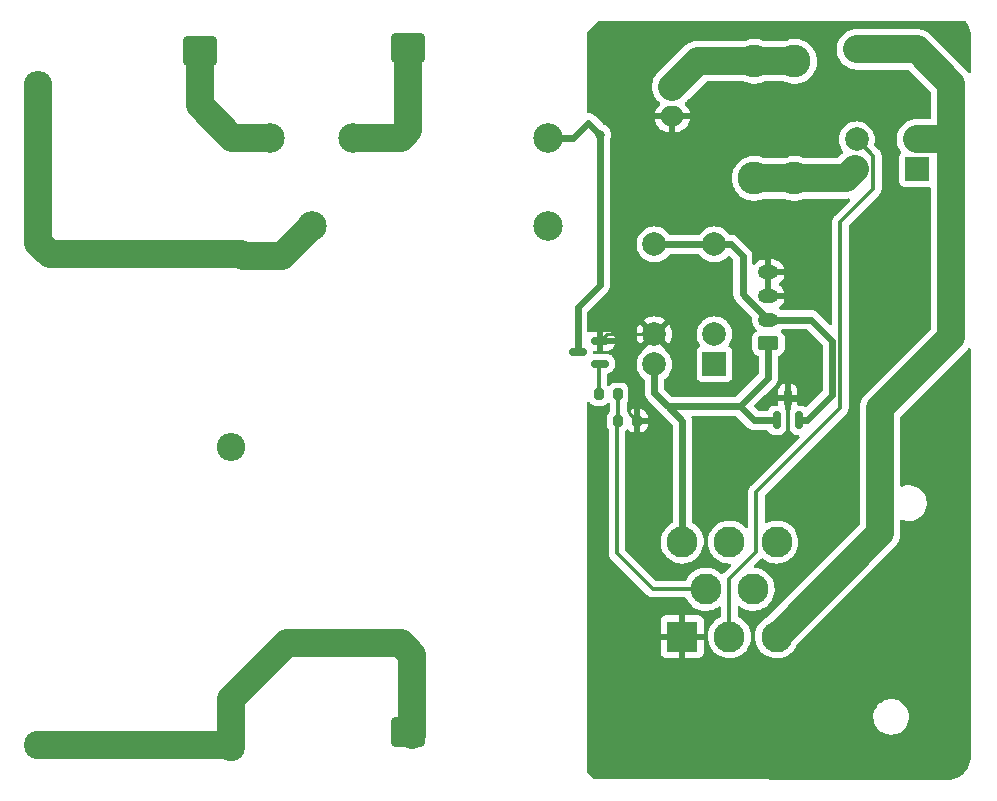
<source format=gbr>
%TF.GenerationSoftware,KiCad,Pcbnew,(6.0.1)*%
%TF.CreationDate,2022-11-29T11:43:40-05:00*%
%TF.ProjectId,pacman,7061636d-616e-42e6-9b69-6361645f7063,rev?*%
%TF.SameCoordinates,Original*%
%TF.FileFunction,Copper,L1,Top*%
%TF.FilePolarity,Positive*%
%FSLAX46Y46*%
G04 Gerber Fmt 4.6, Leading zero omitted, Abs format (unit mm)*
G04 Created by KiCad (PCBNEW (6.0.1)) date 2022-11-29 11:43:40*
%MOMM*%
%LPD*%
G01*
G04 APERTURE LIST*
G04 Aperture macros list*
%AMRoundRect*
0 Rectangle with rounded corners*
0 $1 Rounding radius*
0 $2 $3 $4 $5 $6 $7 $8 $9 X,Y pos of 4 corners*
0 Add a 4 corners polygon primitive as box body*
4,1,4,$2,$3,$4,$5,$6,$7,$8,$9,$2,$3,0*
0 Add four circle primitives for the rounded corners*
1,1,$1+$1,$2,$3*
1,1,$1+$1,$4,$5*
1,1,$1+$1,$6,$7*
1,1,$1+$1,$8,$9*
0 Add four rect primitives between the rounded corners*
20,1,$1+$1,$2,$3,$4,$5,0*
20,1,$1+$1,$4,$5,$6,$7,0*
20,1,$1+$1,$6,$7,$8,$9,0*
20,1,$1+$1,$8,$9,$2,$3,0*%
G04 Aperture macros list end*
%TA.AperFunction,ComponentPad*%
%ADD10RoundRect,0.250000X0.625000X-0.350000X0.625000X0.350000X-0.625000X0.350000X-0.625000X-0.350000X0*%
%TD*%
%TA.AperFunction,ComponentPad*%
%ADD11O,1.750000X1.200000*%
%TD*%
%TA.AperFunction,ComponentPad*%
%ADD12R,2.000000X2.000000*%
%TD*%
%TA.AperFunction,ComponentPad*%
%ADD13C,2.000000*%
%TD*%
%TA.AperFunction,ComponentPad*%
%ADD14C,2.500000*%
%TD*%
%TA.AperFunction,ComponentPad*%
%ADD15C,2.780000*%
%TD*%
%TA.AperFunction,ComponentPad*%
%ADD16RoundRect,0.250000X1.150000X-0.980000X1.150000X0.980000X-1.150000X0.980000X-1.150000X-0.980000X0*%
%TD*%
%TA.AperFunction,SMDPad,CuDef*%
%ADD17RoundRect,0.150000X0.587500X0.150000X-0.587500X0.150000X-0.587500X-0.150000X0.587500X-0.150000X0*%
%TD*%
%TA.AperFunction,ComponentPad*%
%ADD18RoundRect,0.250000X-0.750000X0.600000X-0.750000X-0.600000X0.750000X-0.600000X0.750000X0.600000X0*%
%TD*%
%TA.AperFunction,ComponentPad*%
%ADD19O,2.000000X1.700000*%
%TD*%
%TA.AperFunction,SMDPad,CuDef*%
%ADD20RoundRect,0.200000X-0.200000X-0.275000X0.200000X-0.275000X0.200000X0.275000X-0.200000X0.275000X0*%
%TD*%
%TA.AperFunction,ComponentPad*%
%ADD21C,2.400000*%
%TD*%
%TA.AperFunction,ComponentPad*%
%ADD22O,2.400000X2.400000*%
%TD*%
%TA.AperFunction,SMDPad,CuDef*%
%ADD23RoundRect,0.150000X0.150000X-0.587500X0.150000X0.587500X-0.150000X0.587500X-0.150000X-0.587500X0*%
%TD*%
%TA.AperFunction,SMDPad,CuDef*%
%ADD24RoundRect,0.200000X0.200000X0.275000X-0.200000X0.275000X-0.200000X-0.275000X0.200000X-0.275000X0*%
%TD*%
%TA.AperFunction,ComponentPad*%
%ADD25R,2.625000X2.625000*%
%TD*%
%TA.AperFunction,ComponentPad*%
%ADD26C,2.625000*%
%TD*%
%TA.AperFunction,ViaPad*%
%ADD27C,0.800000*%
%TD*%
%TA.AperFunction,Conductor*%
%ADD28C,2.400000*%
%TD*%
%TA.AperFunction,Conductor*%
%ADD29C,0.600000*%
%TD*%
%TA.AperFunction,Conductor*%
%ADD30C,0.250000*%
%TD*%
%TA.AperFunction,Conductor*%
%ADD31C,0.200000*%
%TD*%
%TA.AperFunction,Conductor*%
%ADD32C,0.360000*%
%TD*%
G04 APERTURE END LIST*
D10*
%TO.P,J9,1,Pin_1*%
%TO.N,/AIR_B-*%
X186182000Y-78105000D03*
D11*
%TO.P,J9,2,Pin_2*%
%TO.N,/AIR_B+*%
X186182000Y-76105000D03*
%TO.P,J9,3,Pin_3*%
%TO.N,GND*%
X186182000Y-74105000D03*
%TO.P,J9,4,Pin_4*%
X186182000Y-72105000D03*
%TD*%
D12*
%TO.P,K3,1*%
%TO.N,unconnected-(K3-Pad1)*%
X198749500Y-63377500D03*
D13*
%TO.P,K3,2*%
%TO.N,+12V*%
X198749500Y-60837500D03*
%TO.P,K3,5*%
X198749500Y-53217500D03*
%TO.P,K3,6*%
X193669500Y-53217500D03*
%TO.P,K3,9*%
%TO.N,/BMS_FAN*%
X193669500Y-60837500D03*
%TO.P,K3,10*%
%TO.N,/FAN_OUT*%
X193669500Y-63377500D03*
%TD*%
D14*
%TO.P,K1,1*%
%TO.N,/INT-*%
X151013000Y-60706000D03*
%TO.P,K1,2*%
%TO.N,/AIR_B-*%
X167513000Y-68206000D03*
%TO.P,K1,5*%
%TO.N,Net-(K1-Pad5)*%
X147513000Y-68206000D03*
%TO.P,K1,9*%
%TO.N,Net-(D3-Pad2)*%
X167513000Y-60706000D03*
%TO.P,K1,10*%
%TO.N,/B+*%
X144013000Y-60706000D03*
%TD*%
D15*
%TO.P,F3,1*%
%TO.N,/FAN_OUT*%
X188390000Y-64142000D03*
X184990000Y-64142000D03*
%TO.P,F3,2*%
%TO.N,Net-(F3-Pad2)*%
X184990000Y-54222000D03*
X188390000Y-54222000D03*
%TD*%
D16*
%TO.P,J3,1,Pin_1*%
%TO.N,/INT+*%
X155702000Y-110998000D03*
%TD*%
D17*
%TO.P,Q2,1,B*%
%TO.N,Net-(Q2-Pad1)*%
X171928000Y-79817000D03*
%TO.P,Q2,2,E*%
%TO.N,GND*%
X171928000Y-77917000D03*
%TO.P,Q2,3,C*%
%TO.N,Net-(D3-Pad2)*%
X170053000Y-78867000D03*
%TD*%
D18*
%TO.P,J6,1,Pin_1*%
%TO.N,Net-(F3-Pad2)*%
X178054000Y-56388000D03*
D19*
%TO.P,J6,2,Pin_2*%
%TO.N,GND*%
X178054000Y-58888000D03*
%TD*%
D20*
%TO.P,R5,1*%
%TO.N,Net-(Q2-Pad1)*%
X171831000Y-82423000D03*
%TO.P,R5,2*%
%TO.N,/PRECHARGE*%
X173481000Y-82423000D03*
%TD*%
D21*
%TO.P,R3,1*%
%TO.N,/INT+*%
X124333000Y-112141000D03*
D22*
%TO.P,R3,2*%
%TO.N,Net-(K1-Pad5)*%
X124333000Y-56261000D03*
%TD*%
D16*
%TO.P,J4,1,Pin_1*%
%TO.N,/B+*%
X138049000Y-53340000D03*
%TD*%
D23*
%TO.P,D5,1,K*%
%TO.N,/AIR_B-*%
X186883000Y-84630500D03*
%TO.P,D5,2,K*%
%TO.N,/AIR_B+*%
X188783000Y-84630500D03*
%TO.P,D5,3,A*%
%TO.N,GND*%
X187833000Y-82755500D03*
%TD*%
D16*
%TO.P,J5,1,Pin_1*%
%TO.N,/INT-*%
X155702000Y-53086000D03*
%TD*%
D24*
%TO.P,R6,1*%
%TO.N,GND*%
X175069000Y-84683600D03*
%TO.P,R6,2*%
%TO.N,/PRECHARGE*%
X173419000Y-84683600D03*
%TD*%
D12*
%TO.P,K2,1*%
%TO.N,unconnected-(K2-Pad1)*%
X181610000Y-79883000D03*
D13*
%TO.P,K2,2*%
%TO.N,/MAIN_CONT*%
X181610000Y-77343000D03*
%TO.P,K2,5*%
%TO.N,/AIR_B+*%
X181610000Y-69723000D03*
%TO.P,K2,6*%
X176530000Y-69723000D03*
%TO.P,K2,9*%
%TO.N,GND*%
X176530000Y-77343000D03*
%TO.P,K2,10*%
%TO.N,/AIR_B-*%
X176530000Y-79883000D03*
%TD*%
D25*
%TO.P,J1,1,Pin_1*%
%TO.N,GND*%
X178880000Y-102933000D03*
D26*
%TO.P,J1,2,Pin_2*%
%TO.N,/BMS_FAN*%
X182880000Y-102933000D03*
%TO.P,J1,3,Pin_3*%
%TO.N,+12V*%
X186880000Y-102933000D03*
%TO.P,J1,4,Pin_4*%
%TO.N,/PRECHARGE*%
X180880000Y-98933000D03*
%TO.P,J1,5,Pin_5*%
%TO.N,unconnected-(J1-Pad5)*%
X184880000Y-98933000D03*
%TO.P,J1,6,Pin_6*%
%TO.N,/AIR_B-*%
X178880000Y-94933000D03*
%TO.P,J1,7,Pin_7*%
%TO.N,/MAIN_CONT*%
X182880000Y-94933000D03*
%TO.P,J1,8,Pin_8*%
%TO.N,unconnected-(J1-Pad8)*%
X186880000Y-94933000D03*
%TD*%
D21*
%TO.P,R1,1*%
%TO.N,/INT+*%
X140716000Y-112268000D03*
D22*
%TO.P,R1,2*%
%TO.N,Net-(D1-Pad2)*%
X140716000Y-86868000D03*
%TD*%
D27*
%TO.N,Net-(D3-Pad2)*%
X171958000Y-60452000D03*
%TO.N,GND*%
X190070606Y-81506194D03*
%TD*%
D28*
%TO.N,/INT-*%
X155702000Y-60071000D02*
X155702000Y-53086000D01*
X151013000Y-60706000D02*
X155067000Y-60706000D01*
X155067000Y-60706000D02*
X155702000Y-60071000D01*
D29*
%TO.N,Net-(D3-Pad2)*%
X169672000Y-60706000D02*
X167513000Y-60706000D01*
X170942000Y-59436000D02*
X171958000Y-60452000D01*
X171958000Y-60452000D02*
X171958000Y-73152000D01*
X170942000Y-59436000D02*
X169672000Y-60706000D01*
X170053000Y-75057000D02*
X170053000Y-78867000D01*
X171958000Y-73152000D02*
X170053000Y-75057000D01*
D30*
%TO.N,GND*%
X174371000Y-77343000D02*
X174371000Y-83985600D01*
D29*
X188821300Y-82755500D02*
X190070606Y-81506194D01*
D30*
X171928000Y-77917000D02*
X172502000Y-77343000D01*
D29*
X187833000Y-82755500D02*
X188821300Y-82755500D01*
D30*
X174371000Y-77343000D02*
X176530000Y-77343000D01*
X172502000Y-77343000D02*
X174371000Y-77343000D01*
X174371000Y-83985600D02*
X175069000Y-84683600D01*
D29*
%TO.N,/AIR_B+*%
X191598000Y-82468000D02*
X191598000Y-77907600D01*
X188783000Y-84630500D02*
X189435500Y-84630500D01*
X184023000Y-70739000D02*
X183007000Y-69723000D01*
X189795400Y-76105000D02*
X186182000Y-76105000D01*
X189435500Y-84630500D02*
X191598000Y-82468000D01*
X183007000Y-69723000D02*
X181610000Y-69723000D01*
X181610000Y-69723000D02*
X176530000Y-69723000D01*
X184023000Y-73946000D02*
X186182000Y-76105000D01*
X191598000Y-77907600D02*
X189795400Y-76105000D01*
X184023000Y-70739000D02*
X184023000Y-73946000D01*
D31*
%TO.N,unconnected-(J1-Pad8)*%
X186880000Y-94933000D02*
X187654999Y-95707999D01*
D28*
%TO.N,/B+*%
X144013000Y-60706000D02*
X140801037Y-60706000D01*
X140801037Y-60706000D02*
X138049000Y-57953963D01*
X138049000Y-57953963D02*
X138049000Y-53340000D01*
%TO.N,+12V*%
X201676000Y-56144000D02*
X198749500Y-53217500D01*
X198749500Y-53217500D02*
X193669500Y-53217500D01*
X201676000Y-61504978D02*
X201008522Y-60837500D01*
X201676000Y-77570958D02*
X201676000Y-61504978D01*
X201676000Y-61504978D02*
X201676000Y-56144000D01*
X195630479Y-94182521D02*
X195630479Y-83616479D01*
X201008522Y-60837500D02*
X198749500Y-60837500D01*
X186880000Y-102933000D02*
X195630479Y-94182521D01*
X195630479Y-83616479D02*
X201676000Y-77570958D01*
D32*
%TO.N,/PRECHARGE*%
X173355000Y-84581000D02*
X173481000Y-84455000D01*
X180880000Y-98933000D02*
X176403000Y-98933000D01*
X173355000Y-95885000D02*
X173355000Y-84581000D01*
X173481000Y-84455000D02*
X173481000Y-82423000D01*
X176403000Y-98933000D02*
X173355000Y-95885000D01*
D29*
%TO.N,/AIR_B-*%
X182499000Y-83439000D02*
X183769000Y-83439000D01*
X177673000Y-83439000D02*
X178880000Y-84646000D01*
X183769000Y-83439000D02*
X184960500Y-84630500D01*
X184960500Y-84630500D02*
X186883000Y-84630500D01*
X176530000Y-82296000D02*
X177673000Y-83439000D01*
X176530000Y-79883000D02*
X176530000Y-82296000D01*
X182499000Y-83439000D02*
X177673000Y-83439000D01*
X178880000Y-84646000D02*
X178880000Y-94933000D01*
X183769000Y-83439000D02*
X186182000Y-81026000D01*
X186182000Y-81026000D02*
X186182000Y-78105000D01*
D28*
%TO.N,/INT+*%
X145161000Y-103754000D02*
X140716000Y-108199000D01*
X140589000Y-112141000D02*
X140716000Y-112268000D01*
X155067000Y-103500000D02*
X150246000Y-103500000D01*
X124333000Y-112141000D02*
X140589000Y-112141000D01*
X150246000Y-103500000D02*
X145415000Y-103500000D01*
X145415000Y-103500000D02*
X145161000Y-103754000D01*
X156045000Y-104478000D02*
X155067000Y-103500000D01*
X140716000Y-108199000D02*
X140716000Y-112268000D01*
X156045000Y-111251000D02*
X156045000Y-104478000D01*
%TO.N,Net-(K1-Pad5)*%
X141727060Y-70750258D02*
X144968742Y-70750258D01*
X125318999Y-70581999D02*
X124333000Y-69596000D01*
X141558801Y-70581999D02*
X141727060Y-70750258D01*
X125318999Y-70581999D02*
X141558801Y-70581999D01*
X144968742Y-70750258D02*
X147513000Y-68206000D01*
X124333000Y-69596000D02*
X124333000Y-56261000D01*
D32*
%TO.N,Net-(Q2-Pad1)*%
X171831000Y-79914000D02*
X171928000Y-79817000D01*
X171831000Y-82423000D02*
X171831000Y-79914000D01*
D28*
%TO.N,Net-(F3-Pad2)*%
X184990000Y-54222000D02*
X180220000Y-54222000D01*
X188390000Y-54222000D02*
X184990000Y-54222000D01*
X180220000Y-54222000D02*
X178054000Y-56388000D01*
%TO.N,/FAN_OUT*%
X184990000Y-64142000D02*
X188390000Y-64142000D01*
X192727980Y-64142000D02*
X193492480Y-63377500D01*
X188390000Y-64142000D02*
X192727980Y-64142000D01*
D32*
%TO.N,/BMS_FAN*%
X193669500Y-60837500D02*
X195072000Y-62240000D01*
X185166000Y-90678000D02*
X185166000Y-95758000D01*
X192278000Y-67818000D02*
X192278000Y-83566000D01*
X182880000Y-98044000D02*
X182880000Y-102933000D01*
X195072000Y-65024000D02*
X192278000Y-67818000D01*
X192278000Y-83566000D02*
X185166000Y-90678000D01*
X195072000Y-62240000D02*
X195072000Y-65024000D01*
X185166000Y-95758000D02*
X182880000Y-98044000D01*
%TD*%
%TA.AperFunction,Conductor*%
%TO.N,GND*%
G36*
X202879930Y-50820002D02*
G01*
X202908432Y-50845130D01*
X202923618Y-50863274D01*
X202932996Y-50876028D01*
X203063660Y-51079371D01*
X203071356Y-51093185D01*
X203175489Y-51311315D01*
X203181396Y-51325998D01*
X203257346Y-51555455D01*
X203261367Y-51570769D01*
X203307939Y-51807933D01*
X203310008Y-51823632D01*
X203324148Y-52030795D01*
X203323134Y-52055807D01*
X203323122Y-52057564D01*
X203321788Y-52066439D01*
X203322999Y-52075333D01*
X203325848Y-52096259D01*
X203327000Y-52113257D01*
X203327000Y-55118060D01*
X203306998Y-55186181D01*
X203253342Y-55232674D01*
X203183068Y-55242778D01*
X203118488Y-55213284D01*
X203092380Y-55181917D01*
X203083062Y-55166066D01*
X203080040Y-55162354D01*
X203080033Y-55162344D01*
X203046511Y-55121168D01*
X203040572Y-55113259D01*
X203009958Y-55068965D01*
X203009956Y-55068962D01*
X203007661Y-55065642D01*
X202951931Y-55003747D01*
X202950743Y-55002559D01*
X202949640Y-55001397D01*
X202949683Y-55001356D01*
X202942396Y-54993285D01*
X202921971Y-54968197D01*
X202918949Y-54964485D01*
X202855054Y-54906650D01*
X202850515Y-54902331D01*
X199984178Y-52035994D01*
X199984014Y-52035693D01*
X199983945Y-52035761D01*
X199923055Y-51974551D01*
X199869155Y-51920368D01*
X199865309Y-51917527D01*
X199818714Y-51883111D01*
X199811494Y-51877357D01*
X199767562Y-51839637D01*
X199763931Y-51836519D01*
X199759877Y-51833991D01*
X199759872Y-51833987D01*
X199714803Y-51805880D01*
X199706621Y-51800319D01*
X199663918Y-51768778D01*
X199663917Y-51768777D01*
X199660066Y-51765933D01*
X199604578Y-51736740D01*
X199596574Y-51732146D01*
X199547428Y-51701495D01*
X199547426Y-51701494D01*
X199543371Y-51698965D01*
X199538984Y-51697080D01*
X199538976Y-51697076D01*
X199490179Y-51676112D01*
X199481248Y-51671852D01*
X199434256Y-51647128D01*
X199434250Y-51647125D01*
X199430024Y-51644902D01*
X199425510Y-51643343D01*
X199425500Y-51643339D01*
X199370757Y-51624436D01*
X199362146Y-51621105D01*
X199308936Y-51598245D01*
X199308933Y-51598244D01*
X199304541Y-51596357D01*
X199299923Y-51595158D01*
X199299916Y-51595156D01*
X199248514Y-51581815D01*
X199239044Y-51578956D01*
X199188845Y-51561622D01*
X199188843Y-51561622D01*
X199184321Y-51560060D01*
X199179615Y-51559200D01*
X199179613Y-51559200D01*
X199122641Y-51548795D01*
X199113625Y-51546804D01*
X199057566Y-51532254D01*
X199057567Y-51532254D01*
X199052939Y-51531053D01*
X198995348Y-51525153D01*
X198985555Y-51523759D01*
X198928612Y-51513359D01*
X198845439Y-51509000D01*
X198843767Y-51509000D01*
X198842134Y-51508957D01*
X198842136Y-51508898D01*
X198831297Y-51508344D01*
X198794355Y-51504559D01*
X198789574Y-51504797D01*
X198789573Y-51504797D01*
X198708284Y-51508844D01*
X198702019Y-51509000D01*
X193603401Y-51509000D01*
X193601022Y-51509181D01*
X193601021Y-51509181D01*
X193415077Y-51523325D01*
X193415072Y-51523326D01*
X193410310Y-51523688D01*
X193405656Y-51524767D01*
X193405654Y-51524767D01*
X193253389Y-51560060D01*
X193157085Y-51582382D01*
X192915652Y-51678705D01*
X192691566Y-51810438D01*
X192489985Y-51974551D01*
X192315547Y-52167267D01*
X192172267Y-52384151D01*
X192170266Y-52388491D01*
X192170264Y-52388495D01*
X192065447Y-52615860D01*
X192063441Y-52620212D01*
X192062117Y-52624813D01*
X192062117Y-52624814D01*
X191996006Y-52854614D01*
X191991574Y-52870018D01*
X191958320Y-53127821D01*
X191964444Y-53387687D01*
X192009806Y-53643637D01*
X192093360Y-53889781D01*
X192213185Y-54120454D01*
X192216000Y-54124308D01*
X192216003Y-54124312D01*
X192363700Y-54326483D01*
X192366523Y-54330347D01*
X192458184Y-54422489D01*
X192546471Y-54511241D01*
X192546476Y-54511245D01*
X192549845Y-54514632D01*
X192758934Y-54669067D01*
X192988976Y-54790098D01*
X192993495Y-54791659D01*
X192993501Y-54791661D01*
X193230161Y-54873380D01*
X193234679Y-54874940D01*
X193490388Y-54921641D01*
X193573561Y-54926000D01*
X197989626Y-54926000D01*
X198057747Y-54946002D01*
X198078721Y-54962905D01*
X199930595Y-56814779D01*
X199964621Y-56877091D01*
X199967500Y-56903874D01*
X199967500Y-59003000D01*
X199947498Y-59071121D01*
X199893842Y-59117614D01*
X199841500Y-59129000D01*
X198683401Y-59129000D01*
X198681022Y-59129181D01*
X198681021Y-59129181D01*
X198495077Y-59143325D01*
X198495072Y-59143326D01*
X198490310Y-59143688D01*
X198485656Y-59144767D01*
X198485654Y-59144767D01*
X198241740Y-59201303D01*
X198237085Y-59202382D01*
X197995652Y-59298705D01*
X197771566Y-59430438D01*
X197569985Y-59594551D01*
X197395547Y-59787267D01*
X197252267Y-60004151D01*
X197250266Y-60008491D01*
X197250264Y-60008495D01*
X197148109Y-60230086D01*
X197143441Y-60240212D01*
X197142117Y-60244813D01*
X197142117Y-60244814D01*
X197080623Y-60458565D01*
X197071574Y-60490018D01*
X197038320Y-60747821D01*
X197040478Y-60839396D01*
X197043577Y-60970887D01*
X197044444Y-61007687D01*
X197089806Y-61263637D01*
X197173360Y-61509781D01*
X197293185Y-61740454D01*
X197296000Y-61744308D01*
X197296003Y-61744312D01*
X197385403Y-61866684D01*
X197409436Y-61933489D01*
X197393537Y-62002683D01*
X197384489Y-62016575D01*
X197298885Y-62130795D01*
X197247755Y-62267184D01*
X197241000Y-62329366D01*
X197241000Y-64425634D01*
X197247755Y-64487816D01*
X197298885Y-64624205D01*
X197386239Y-64740761D01*
X197502795Y-64828115D01*
X197639184Y-64879245D01*
X197701366Y-64886000D01*
X199797634Y-64886000D01*
X199827892Y-64882713D01*
X199897775Y-64895241D01*
X199949790Y-64943562D01*
X199967500Y-65007976D01*
X199967500Y-76811084D01*
X199947498Y-76879205D01*
X199930595Y-76900179D01*
X194448973Y-82381801D01*
X194448672Y-82381965D01*
X194448740Y-82382034D01*
X194333347Y-82496824D01*
X194330508Y-82500667D01*
X194330506Y-82500670D01*
X194296090Y-82547265D01*
X194290336Y-82554485D01*
X194265496Y-82583415D01*
X194249498Y-82602048D01*
X194246970Y-82606102D01*
X194246966Y-82606107D01*
X194218859Y-82651176D01*
X194213299Y-82659356D01*
X194178912Y-82705913D01*
X194150879Y-82759196D01*
X194149722Y-82761395D01*
X194145128Y-82769400D01*
X194111944Y-82822608D01*
X194110059Y-82826995D01*
X194110055Y-82827003D01*
X194089091Y-82875800D01*
X194084831Y-82884731D01*
X194060107Y-82931723D01*
X194060104Y-82931729D01*
X194057881Y-82935955D01*
X194056322Y-82940469D01*
X194056318Y-82940479D01*
X194037415Y-82995222D01*
X194034084Y-83003833D01*
X194011224Y-83057043D01*
X194009336Y-83061438D01*
X194008137Y-83066056D01*
X194008135Y-83066063D01*
X193994794Y-83117465D01*
X193991935Y-83126935D01*
X193990229Y-83131877D01*
X193973039Y-83181658D01*
X193972179Y-83186364D01*
X193972179Y-83186366D01*
X193961774Y-83243338D01*
X193959783Y-83252354D01*
X193944032Y-83313040D01*
X193943545Y-83317794D01*
X193938132Y-83370628D01*
X193936738Y-83380422D01*
X193926338Y-83437367D01*
X193921979Y-83520540D01*
X193921979Y-83522212D01*
X193921936Y-83523845D01*
X193921877Y-83523843D01*
X193921323Y-83534681D01*
X193917538Y-83571624D01*
X193917776Y-83576405D01*
X193917776Y-83576406D01*
X193921823Y-83657695D01*
X193921979Y-83663960D01*
X193921979Y-93422647D01*
X193901977Y-93490768D01*
X193885074Y-93511742D01*
X186133564Y-101263252D01*
X186097221Y-101288582D01*
X185994686Y-101335852D01*
X185990777Y-101338415D01*
X185772250Y-101481687D01*
X185772245Y-101481691D01*
X185768337Y-101484253D01*
X185566409Y-101664480D01*
X185393339Y-101872575D01*
X185252928Y-102103965D01*
X185251119Y-102108279D01*
X185251118Y-102108281D01*
X185233123Y-102151195D01*
X185148260Y-102353568D01*
X185081637Y-102615900D01*
X185054520Y-102885198D01*
X185067506Y-103155546D01*
X185120309Y-103421006D01*
X185121888Y-103425404D01*
X185121890Y-103425411D01*
X185170871Y-103561833D01*
X185211769Y-103675744D01*
X185339878Y-103914166D01*
X185501820Y-104131033D01*
X185505129Y-104134313D01*
X185505134Y-104134319D01*
X185669227Y-104296986D01*
X185694039Y-104321582D01*
X185697801Y-104324340D01*
X185697804Y-104324343D01*
X185750670Y-104363106D01*
X185912311Y-104481626D01*
X185916442Y-104483800D01*
X185916443Y-104483800D01*
X186147707Y-104605474D01*
X186147713Y-104605476D01*
X186151842Y-104607649D01*
X186156249Y-104609188D01*
X186156256Y-104609191D01*
X186388478Y-104690286D01*
X186407369Y-104696883D01*
X186426499Y-104700515D01*
X186668690Y-104746497D01*
X186668693Y-104746497D01*
X186673279Y-104747368D01*
X186801855Y-104752420D01*
X186939062Y-104757811D01*
X186939067Y-104757811D01*
X186943730Y-104757994D01*
X187071700Y-104743979D01*
X187208128Y-104729038D01*
X187208133Y-104729037D01*
X187212781Y-104728528D01*
X187217305Y-104727337D01*
X187469999Y-104660808D01*
X187470001Y-104660807D01*
X187474522Y-104659617D01*
X187478819Y-104657771D01*
X187718908Y-104554621D01*
X187718910Y-104554620D01*
X187723202Y-104552776D01*
X187842642Y-104478864D01*
X187949385Y-104412810D01*
X187949389Y-104412807D01*
X187953358Y-104410351D01*
X188054955Y-104324343D01*
X188156368Y-104238491D01*
X188156370Y-104238489D01*
X188159935Y-104235471D01*
X188338393Y-104031978D01*
X188484813Y-103804342D01*
X188524499Y-103716243D01*
X188550286Y-103678898D01*
X196811985Y-95417199D01*
X196812286Y-95417035D01*
X196812218Y-95416966D01*
X196924224Y-95305545D01*
X196927611Y-95302176D01*
X196934805Y-95292436D01*
X196964868Y-95251735D01*
X196970622Y-95244515D01*
X197008342Y-95200583D01*
X197011460Y-95196952D01*
X197013988Y-95192898D01*
X197013992Y-95192893D01*
X197042099Y-95147824D01*
X197047660Y-95139642D01*
X197079201Y-95096939D01*
X197079202Y-95096938D01*
X197082046Y-95093087D01*
X197111239Y-95037599D01*
X197115833Y-95029595D01*
X197146484Y-94980449D01*
X197146485Y-94980447D01*
X197149014Y-94976392D01*
X197150899Y-94972005D01*
X197150903Y-94971997D01*
X197171867Y-94923200D01*
X197176127Y-94914269D01*
X197200851Y-94867277D01*
X197200854Y-94867271D01*
X197203077Y-94863045D01*
X197204636Y-94858531D01*
X197204640Y-94858521D01*
X197223543Y-94803778D01*
X197226874Y-94795167D01*
X197249734Y-94741957D01*
X197249735Y-94741954D01*
X197251622Y-94737562D01*
X197252821Y-94732944D01*
X197252823Y-94732937D01*
X197266164Y-94681535D01*
X197269023Y-94672065D01*
X197286357Y-94621866D01*
X197286357Y-94621864D01*
X197287919Y-94617342D01*
X197299184Y-94555662D01*
X197301175Y-94546646D01*
X197315725Y-94490587D01*
X197316926Y-94485960D01*
X197322826Y-94428369D01*
X197324220Y-94418576D01*
X197327777Y-94399098D01*
X197334620Y-94361633D01*
X197338979Y-94278460D01*
X197338979Y-94276788D01*
X197339022Y-94275155D01*
X197339081Y-94275157D01*
X197339635Y-94264318D01*
X197342932Y-94232137D01*
X197343420Y-94227376D01*
X197339135Y-94141305D01*
X197338979Y-94135040D01*
X197338979Y-93149947D01*
X197358981Y-93081826D01*
X197412637Y-93035333D01*
X197482911Y-93025229D01*
X197505998Y-93030811D01*
X197703631Y-93098862D01*
X197790364Y-93113843D01*
X197938926Y-93139504D01*
X197938932Y-93139505D01*
X197942836Y-93140179D01*
X197946797Y-93140359D01*
X197946798Y-93140359D01*
X197970506Y-93141436D01*
X197970525Y-93141436D01*
X197971925Y-93141500D01*
X198141001Y-93141500D01*
X198143509Y-93141298D01*
X198143514Y-93141298D01*
X198316924Y-93127346D01*
X198316929Y-93127345D01*
X198321965Y-93126940D01*
X198326873Y-93125734D01*
X198326876Y-93125734D01*
X198552792Y-93070244D01*
X198557706Y-93069037D01*
X198562358Y-93067062D01*
X198562362Y-93067061D01*
X198776498Y-92976165D01*
X198781156Y-92974188D01*
X198857646Y-92926019D01*
X198982288Y-92847528D01*
X198982291Y-92847526D01*
X198986567Y-92844833D01*
X199032166Y-92804633D01*
X199164858Y-92687650D01*
X199164861Y-92687647D01*
X199168655Y-92684302D01*
X199322734Y-92496722D01*
X199444841Y-92286922D01*
X199531833Y-92060298D01*
X199581474Y-91822680D01*
X199592486Y-91580183D01*
X199564585Y-91339044D01*
X199498490Y-91105468D01*
X199496356Y-91100892D01*
X199496354Y-91100886D01*
X199398038Y-90890046D01*
X199398036Y-90890042D01*
X199395901Y-90885464D01*
X199259456Y-90684693D01*
X199092668Y-90508319D01*
X199066780Y-90488526D01*
X198903846Y-90363953D01*
X198903842Y-90363950D01*
X198899826Y-90360880D01*
X198685891Y-90246169D01*
X198456369Y-90167138D01*
X198357022Y-90149978D01*
X198221074Y-90126496D01*
X198221068Y-90126495D01*
X198217164Y-90125821D01*
X198213203Y-90125641D01*
X198213202Y-90125641D01*
X198189494Y-90124564D01*
X198189475Y-90124564D01*
X198188075Y-90124500D01*
X198018999Y-90124500D01*
X198016491Y-90124702D01*
X198016486Y-90124702D01*
X197843076Y-90138654D01*
X197843071Y-90138655D01*
X197838035Y-90139060D01*
X197833127Y-90140266D01*
X197833124Y-90140266D01*
X197607208Y-90195756D01*
X197602294Y-90196963D01*
X197597642Y-90198938D01*
X197597638Y-90198939D01*
X197514211Y-90234352D01*
X197443690Y-90242557D01*
X197379928Y-90211332D01*
X197343169Y-90150593D01*
X197338979Y-90118368D01*
X197338979Y-84376353D01*
X197358981Y-84308232D01*
X197375884Y-84287258D01*
X202857506Y-78805636D01*
X202857807Y-78805472D01*
X202857739Y-78805403D01*
X202898068Y-78765285D01*
X202973132Y-78690613D01*
X202975973Y-78686767D01*
X203010389Y-78640172D01*
X203016143Y-78632952D01*
X203053863Y-78589020D01*
X203056981Y-78585389D01*
X203059509Y-78581335D01*
X203059513Y-78581330D01*
X203087620Y-78536261D01*
X203093181Y-78528079D01*
X203099649Y-78519322D01*
X203156210Y-78476411D01*
X203226991Y-78470891D01*
X203289521Y-78504515D01*
X203323946Y-78566607D01*
X203327000Y-78594181D01*
X203327000Y-112980672D01*
X203325500Y-113000056D01*
X203321814Y-113023730D01*
X203323941Y-113039999D01*
X203324734Y-113064567D01*
X203310156Y-113286985D01*
X203308005Y-113303326D01*
X203259371Y-113547824D01*
X203255105Y-113563743D01*
X203174978Y-113799790D01*
X203168671Y-113815017D01*
X203058416Y-114038592D01*
X203050175Y-114052865D01*
X202911684Y-114260133D01*
X202901651Y-114273210D01*
X202737286Y-114460632D01*
X202725632Y-114472286D01*
X202538210Y-114636651D01*
X202525133Y-114646684D01*
X202317865Y-114785175D01*
X202303592Y-114793416D01*
X202080017Y-114903671D01*
X202064790Y-114909978D01*
X201828743Y-114990105D01*
X201812824Y-114994371D01*
X201568327Y-115043005D01*
X201551986Y-115045156D01*
X201336732Y-115059264D01*
X201313696Y-115058239D01*
X201310144Y-115058196D01*
X201301270Y-115056814D01*
X201292368Y-115057978D01*
X201292365Y-115057978D01*
X201270764Y-115060803D01*
X201254024Y-115061866D01*
X171390241Y-114966385D01*
X171322185Y-114946166D01*
X171301543Y-114929476D01*
X170852035Y-114479910D01*
X170818014Y-114417595D01*
X170815136Y-114390804D01*
X170815292Y-113183082D01*
X170815332Y-112876639D01*
X170815731Y-109785817D01*
X195067514Y-109785817D01*
X195068095Y-109790837D01*
X195068095Y-109790841D01*
X195083923Y-109927631D01*
X195095415Y-110026956D01*
X195096791Y-110031820D01*
X195096792Y-110031823D01*
X195142476Y-110193266D01*
X195161510Y-110260532D01*
X195163644Y-110265108D01*
X195163646Y-110265114D01*
X195220446Y-110386922D01*
X195264099Y-110480536D01*
X195400544Y-110681307D01*
X195567332Y-110857681D01*
X195571358Y-110860759D01*
X195571359Y-110860760D01*
X195756154Y-111002047D01*
X195756158Y-111002050D01*
X195760174Y-111005120D01*
X195974109Y-111119831D01*
X196203631Y-111198862D01*
X196302978Y-111216022D01*
X196438926Y-111239504D01*
X196438932Y-111239505D01*
X196442836Y-111240179D01*
X196446797Y-111240359D01*
X196446798Y-111240359D01*
X196470506Y-111241436D01*
X196470525Y-111241436D01*
X196471925Y-111241500D01*
X196641001Y-111241500D01*
X196643509Y-111241298D01*
X196643514Y-111241298D01*
X196816924Y-111227346D01*
X196816929Y-111227345D01*
X196821965Y-111226940D01*
X196826873Y-111225734D01*
X196826876Y-111225734D01*
X197052792Y-111170244D01*
X197057706Y-111169037D01*
X197062358Y-111167062D01*
X197062362Y-111167061D01*
X197276498Y-111076165D01*
X197281156Y-111074188D01*
X197387037Y-111007511D01*
X197482288Y-110947528D01*
X197482291Y-110947526D01*
X197486567Y-110944833D01*
X197585422Y-110857681D01*
X197664858Y-110787650D01*
X197664861Y-110787647D01*
X197668655Y-110784302D01*
X197822734Y-110596722D01*
X197944841Y-110386922D01*
X198031833Y-110160298D01*
X198081474Y-109922680D01*
X198092486Y-109680183D01*
X198077235Y-109548373D01*
X198065167Y-109444071D01*
X198065166Y-109444067D01*
X198064585Y-109439044D01*
X198025517Y-109300978D01*
X197999866Y-109210331D01*
X197998490Y-109205468D01*
X197996356Y-109200892D01*
X197996354Y-109200886D01*
X197898038Y-108990046D01*
X197898036Y-108990042D01*
X197895901Y-108985464D01*
X197759456Y-108784693D01*
X197592668Y-108608319D01*
X197588641Y-108605240D01*
X197403846Y-108463953D01*
X197403842Y-108463950D01*
X197399826Y-108460880D01*
X197185891Y-108346169D01*
X196956369Y-108267138D01*
X196857022Y-108249978D01*
X196721074Y-108226496D01*
X196721068Y-108226495D01*
X196717164Y-108225821D01*
X196713203Y-108225641D01*
X196713202Y-108225641D01*
X196689494Y-108224564D01*
X196689475Y-108224564D01*
X196688075Y-108224500D01*
X196518999Y-108224500D01*
X196516491Y-108224702D01*
X196516486Y-108224702D01*
X196343076Y-108238654D01*
X196343071Y-108238655D01*
X196338035Y-108239060D01*
X196333127Y-108240266D01*
X196333124Y-108240266D01*
X196217007Y-108268787D01*
X196102294Y-108296963D01*
X196097642Y-108298938D01*
X196097638Y-108298939D01*
X195990252Y-108344522D01*
X195878844Y-108391812D01*
X195874560Y-108394510D01*
X195677712Y-108518472D01*
X195677709Y-108518474D01*
X195673433Y-108521167D01*
X195669639Y-108524512D01*
X195495142Y-108678350D01*
X195495139Y-108678353D01*
X195491345Y-108681698D01*
X195337266Y-108869278D01*
X195215159Y-109079078D01*
X195128167Y-109305702D01*
X195078526Y-109543320D01*
X195067514Y-109785817D01*
X170815731Y-109785817D01*
X170816441Y-104290169D01*
X177059501Y-104290169D01*
X177059871Y-104296990D01*
X177065395Y-104347852D01*
X177069021Y-104363104D01*
X177114176Y-104483554D01*
X177122714Y-104499149D01*
X177199215Y-104601224D01*
X177211776Y-104613785D01*
X177313851Y-104690286D01*
X177329446Y-104698824D01*
X177449894Y-104743978D01*
X177465149Y-104747605D01*
X177516014Y-104753131D01*
X177522828Y-104753500D01*
X178607885Y-104753500D01*
X178623124Y-104749025D01*
X178624329Y-104747635D01*
X178626000Y-104739952D01*
X178626000Y-104735384D01*
X179134000Y-104735384D01*
X179138475Y-104750623D01*
X179139865Y-104751828D01*
X179147548Y-104753499D01*
X180237169Y-104753499D01*
X180243990Y-104753129D01*
X180294852Y-104747605D01*
X180310104Y-104743979D01*
X180430554Y-104698824D01*
X180446149Y-104690286D01*
X180548224Y-104613785D01*
X180560785Y-104601224D01*
X180637286Y-104499149D01*
X180645824Y-104483554D01*
X180690978Y-104363106D01*
X180694605Y-104347851D01*
X180700131Y-104296986D01*
X180700500Y-104290172D01*
X180700500Y-103205115D01*
X180696025Y-103189876D01*
X180694635Y-103188671D01*
X180686952Y-103187000D01*
X179152115Y-103187000D01*
X179136876Y-103191475D01*
X179135671Y-103192865D01*
X179134000Y-103200548D01*
X179134000Y-104735384D01*
X178626000Y-104735384D01*
X178626000Y-103205115D01*
X178621525Y-103189876D01*
X178620135Y-103188671D01*
X178612452Y-103187000D01*
X177077616Y-103187000D01*
X177062377Y-103191475D01*
X177061172Y-103192865D01*
X177059501Y-103200548D01*
X177059501Y-104290169D01*
X170816441Y-104290169D01*
X170816652Y-102660885D01*
X177059500Y-102660885D01*
X177063975Y-102676124D01*
X177065365Y-102677329D01*
X177073048Y-102679000D01*
X178607885Y-102679000D01*
X178623124Y-102674525D01*
X178624329Y-102673135D01*
X178626000Y-102665452D01*
X178626000Y-102660885D01*
X179134000Y-102660885D01*
X179138475Y-102676124D01*
X179139865Y-102677329D01*
X179147548Y-102679000D01*
X180682384Y-102679000D01*
X180697623Y-102674525D01*
X180698828Y-102673135D01*
X180700499Y-102665452D01*
X180700499Y-101575831D01*
X180700129Y-101569010D01*
X180694605Y-101518148D01*
X180690979Y-101502896D01*
X180645824Y-101382446D01*
X180637286Y-101366851D01*
X180560785Y-101264776D01*
X180548224Y-101252215D01*
X180446149Y-101175714D01*
X180430554Y-101167176D01*
X180310106Y-101122022D01*
X180294851Y-101118395D01*
X180243986Y-101112869D01*
X180237172Y-101112500D01*
X179152115Y-101112500D01*
X179136876Y-101116975D01*
X179135671Y-101118365D01*
X179134000Y-101126048D01*
X179134000Y-102660885D01*
X178626000Y-102660885D01*
X178626000Y-101130616D01*
X178621525Y-101115377D01*
X178620135Y-101114172D01*
X178612452Y-101112501D01*
X177522831Y-101112501D01*
X177516010Y-101112871D01*
X177465148Y-101118395D01*
X177449896Y-101122021D01*
X177329446Y-101167176D01*
X177313851Y-101175714D01*
X177211776Y-101252215D01*
X177199215Y-101264776D01*
X177122714Y-101366851D01*
X177114176Y-101382446D01*
X177069022Y-101502894D01*
X177065395Y-101518149D01*
X177059869Y-101569014D01*
X177059500Y-101575828D01*
X177059500Y-102660885D01*
X170816652Y-102660885D01*
X170819171Y-83176530D01*
X170839181Y-83108414D01*
X170892843Y-83061928D01*
X170963118Y-83051833D01*
X171027695Y-83081334D01*
X171052945Y-83111276D01*
X171062429Y-83126935D01*
X171069361Y-83138381D01*
X171190619Y-83259639D01*
X171337301Y-83348472D01*
X171344548Y-83350743D01*
X171344550Y-83350744D01*
X171410836Y-83371517D01*
X171500938Y-83399753D01*
X171574365Y-83406500D01*
X171577263Y-83406500D01*
X171831665Y-83406499D01*
X172087634Y-83406499D01*
X172090492Y-83406236D01*
X172090501Y-83406236D01*
X172126004Y-83402974D01*
X172161062Y-83399753D01*
X172176331Y-83394968D01*
X172317450Y-83350744D01*
X172317452Y-83350743D01*
X172324699Y-83348472D01*
X172471381Y-83259639D01*
X172566905Y-83164115D01*
X172629217Y-83130089D01*
X172700032Y-83135154D01*
X172745095Y-83164115D01*
X172755595Y-83174615D01*
X172789621Y-83236927D01*
X172792500Y-83263710D01*
X172792500Y-83780890D01*
X172772498Y-83849011D01*
X172755595Y-83869985D01*
X172657361Y-83968219D01*
X172568528Y-84114901D01*
X172517247Y-84278538D01*
X172510500Y-84351965D01*
X172510501Y-85015234D01*
X172517247Y-85088662D01*
X172519246Y-85095040D01*
X172519246Y-85095041D01*
X172550778Y-85195658D01*
X172568528Y-85252299D01*
X172572462Y-85258795D01*
X172572463Y-85258797D01*
X172648276Y-85383980D01*
X172666500Y-85449251D01*
X172666500Y-95856777D01*
X172666208Y-95865345D01*
X172662394Y-95921298D01*
X172663699Y-95928775D01*
X172663699Y-95928777D01*
X172673051Y-95982359D01*
X172674015Y-95988883D01*
X172681463Y-96050437D01*
X172684149Y-96057544D01*
X172685234Y-96061962D01*
X172688415Y-96073591D01*
X172689737Y-96077969D01*
X172691044Y-96085460D01*
X172712492Y-96134319D01*
X172715963Y-96142226D01*
X172718454Y-96148330D01*
X172740367Y-96206322D01*
X172744667Y-96212578D01*
X172746788Y-96216636D01*
X172752641Y-96227150D01*
X172754971Y-96231091D01*
X172758026Y-96238049D01*
X172762651Y-96244076D01*
X172762652Y-96244078D01*
X172795775Y-96287245D01*
X172799646Y-96292572D01*
X172834755Y-96343657D01*
X172840426Y-96348709D01*
X172840428Y-96348712D01*
X172879888Y-96383869D01*
X172885164Y-96388850D01*
X175896185Y-99399871D01*
X175902039Y-99406136D01*
X175938920Y-99448413D01*
X175945134Y-99452780D01*
X175989643Y-99484062D01*
X175994938Y-99487995D01*
X176043719Y-99526244D01*
X176050642Y-99529370D01*
X176054567Y-99531747D01*
X176065032Y-99537716D01*
X176069050Y-99539870D01*
X176075259Y-99544234D01*
X176133018Y-99566753D01*
X176139090Y-99569305D01*
X176195598Y-99594820D01*
X176203063Y-99596204D01*
X176207426Y-99597571D01*
X176219017Y-99600873D01*
X176223444Y-99602010D01*
X176230519Y-99604768D01*
X176238048Y-99605759D01*
X176238051Y-99605760D01*
X176276885Y-99610872D01*
X176292003Y-99612863D01*
X176298507Y-99613893D01*
X176359451Y-99625188D01*
X176367032Y-99624751D01*
X176367033Y-99624751D01*
X176419792Y-99621709D01*
X176427045Y-99621500D01*
X179107288Y-99621500D01*
X179175409Y-99641502D01*
X179218280Y-99687862D01*
X179339878Y-99914166D01*
X179501820Y-100131033D01*
X179505129Y-100134313D01*
X179505134Y-100134319D01*
X179690722Y-100318294D01*
X179694039Y-100321582D01*
X179697801Y-100324340D01*
X179697804Y-100324343D01*
X179907585Y-100478161D01*
X179912311Y-100481626D01*
X179916442Y-100483800D01*
X179916443Y-100483800D01*
X180147707Y-100605474D01*
X180147713Y-100605476D01*
X180151842Y-100607649D01*
X180156249Y-100609188D01*
X180156256Y-100609191D01*
X180402953Y-100695341D01*
X180407369Y-100696883D01*
X180411962Y-100697755D01*
X180668690Y-100746497D01*
X180668693Y-100746497D01*
X180673279Y-100747368D01*
X180801855Y-100752420D01*
X180939062Y-100757811D01*
X180939067Y-100757811D01*
X180943730Y-100757994D01*
X181048708Y-100746497D01*
X181208128Y-100729038D01*
X181208133Y-100729037D01*
X181212781Y-100728528D01*
X181217305Y-100727337D01*
X181469999Y-100660808D01*
X181470001Y-100660807D01*
X181474522Y-100659617D01*
X181591892Y-100609191D01*
X181718908Y-100554621D01*
X181718910Y-100554620D01*
X181723202Y-100552776D01*
X181843778Y-100478161D01*
X181949385Y-100412810D01*
X181949389Y-100412807D01*
X181953358Y-100410351D01*
X181984088Y-100384336D01*
X182049004Y-100355588D01*
X182119157Y-100366499D01*
X182172274Y-100413606D01*
X182191500Y-100480503D01*
X182191500Y-101164461D01*
X182171498Y-101232582D01*
X182118252Y-101278887D01*
X181994686Y-101335852D01*
X181990777Y-101338415D01*
X181772250Y-101481687D01*
X181772245Y-101481691D01*
X181768337Y-101484253D01*
X181566409Y-101664480D01*
X181393339Y-101872575D01*
X181252928Y-102103965D01*
X181251119Y-102108279D01*
X181251118Y-102108281D01*
X181233123Y-102151195D01*
X181148260Y-102353568D01*
X181081637Y-102615900D01*
X181054520Y-102885198D01*
X181067506Y-103155546D01*
X181120309Y-103421006D01*
X181121888Y-103425404D01*
X181121890Y-103425411D01*
X181170871Y-103561833D01*
X181211769Y-103675744D01*
X181339878Y-103914166D01*
X181501820Y-104131033D01*
X181505129Y-104134313D01*
X181505134Y-104134319D01*
X181669227Y-104296986D01*
X181694039Y-104321582D01*
X181697801Y-104324340D01*
X181697804Y-104324343D01*
X181750670Y-104363106D01*
X181912311Y-104481626D01*
X181916442Y-104483800D01*
X181916443Y-104483800D01*
X182147707Y-104605474D01*
X182147713Y-104605476D01*
X182151842Y-104607649D01*
X182156249Y-104609188D01*
X182156256Y-104609191D01*
X182388478Y-104690286D01*
X182407369Y-104696883D01*
X182426499Y-104700515D01*
X182668690Y-104746497D01*
X182668693Y-104746497D01*
X182673279Y-104747368D01*
X182801855Y-104752420D01*
X182939062Y-104757811D01*
X182939067Y-104757811D01*
X182943730Y-104757994D01*
X183071700Y-104743979D01*
X183208128Y-104729038D01*
X183208133Y-104729037D01*
X183212781Y-104728528D01*
X183217305Y-104727337D01*
X183469999Y-104660808D01*
X183470001Y-104660807D01*
X183474522Y-104659617D01*
X183478819Y-104657771D01*
X183718908Y-104554621D01*
X183718910Y-104554620D01*
X183723202Y-104552776D01*
X183842642Y-104478864D01*
X183949385Y-104412810D01*
X183949389Y-104412807D01*
X183953358Y-104410351D01*
X184054955Y-104324343D01*
X184156368Y-104238491D01*
X184156370Y-104238489D01*
X184159935Y-104235471D01*
X184338393Y-104031978D01*
X184484813Y-103804342D01*
X184595978Y-103557565D01*
X184669446Y-103297067D01*
X184703603Y-103028571D01*
X184706106Y-102933000D01*
X184686048Y-102663084D01*
X184626314Y-102399098D01*
X184528216Y-102146841D01*
X184393910Y-101911854D01*
X184226347Y-101699301D01*
X184029206Y-101513849D01*
X183817309Y-101366851D01*
X183810657Y-101362236D01*
X183810652Y-101362233D01*
X183806819Y-101359574D01*
X183638771Y-101276702D01*
X183586523Y-101228633D01*
X183568500Y-101163696D01*
X183568500Y-100478161D01*
X183588502Y-100410040D01*
X183642158Y-100363547D01*
X183712432Y-100353443D01*
X183769004Y-100376548D01*
X183912311Y-100481626D01*
X183916442Y-100483800D01*
X183916443Y-100483800D01*
X184147707Y-100605474D01*
X184147713Y-100605476D01*
X184151842Y-100607649D01*
X184156249Y-100609188D01*
X184156256Y-100609191D01*
X184402953Y-100695341D01*
X184407369Y-100696883D01*
X184411962Y-100697755D01*
X184668690Y-100746497D01*
X184668693Y-100746497D01*
X184673279Y-100747368D01*
X184801855Y-100752420D01*
X184939062Y-100757811D01*
X184939067Y-100757811D01*
X184943730Y-100757994D01*
X185048708Y-100746497D01*
X185208128Y-100729038D01*
X185208133Y-100729037D01*
X185212781Y-100728528D01*
X185217305Y-100727337D01*
X185469999Y-100660808D01*
X185470001Y-100660807D01*
X185474522Y-100659617D01*
X185591892Y-100609191D01*
X185718908Y-100554621D01*
X185718910Y-100554620D01*
X185723202Y-100552776D01*
X185843778Y-100478161D01*
X185949385Y-100412810D01*
X185949389Y-100412807D01*
X185953358Y-100410351D01*
X186054955Y-100324343D01*
X186156368Y-100238491D01*
X186156370Y-100238489D01*
X186159935Y-100235471D01*
X186338393Y-100031978D01*
X186484813Y-99804342D01*
X186595978Y-99557565D01*
X186669446Y-99297067D01*
X186703603Y-99028571D01*
X186706106Y-98933000D01*
X186686048Y-98663084D01*
X186626314Y-98399098D01*
X186528216Y-98146841D01*
X186393910Y-97911854D01*
X186226347Y-97699301D01*
X186029206Y-97513849D01*
X185903252Y-97426471D01*
X185810657Y-97362236D01*
X185810652Y-97362233D01*
X185806819Y-97359574D01*
X185758716Y-97335852D01*
X185568259Y-97241929D01*
X185568256Y-97241928D01*
X185564071Y-97239864D01*
X185505847Y-97221226D01*
X185310741Y-97158772D01*
X185310743Y-97158772D01*
X185306296Y-97157349D01*
X185301695Y-97156600D01*
X185301692Y-97156599D01*
X185062362Y-97117622D01*
X184998343Y-97086930D01*
X184961079Y-97026498D01*
X184962403Y-96955514D01*
X184993521Y-96904165D01*
X185549564Y-96348122D01*
X185611876Y-96314096D01*
X185682691Y-96319161D01*
X185713164Y-96335605D01*
X185912311Y-96481626D01*
X185916442Y-96483800D01*
X185916443Y-96483800D01*
X186147707Y-96605474D01*
X186147713Y-96605476D01*
X186151842Y-96607649D01*
X186156249Y-96609188D01*
X186156256Y-96609191D01*
X186402953Y-96695341D01*
X186407369Y-96696883D01*
X186411962Y-96697755D01*
X186668690Y-96746497D01*
X186668693Y-96746497D01*
X186673279Y-96747368D01*
X186801855Y-96752420D01*
X186939062Y-96757811D01*
X186939067Y-96757811D01*
X186943730Y-96757994D01*
X187048708Y-96746497D01*
X187208128Y-96729038D01*
X187208133Y-96729037D01*
X187212781Y-96728528D01*
X187225004Y-96725310D01*
X187469999Y-96660808D01*
X187470001Y-96660807D01*
X187474522Y-96659617D01*
X187591892Y-96609191D01*
X187718908Y-96554621D01*
X187718910Y-96554620D01*
X187723202Y-96552776D01*
X187842642Y-96478864D01*
X187949385Y-96412810D01*
X187949389Y-96412807D01*
X187953358Y-96410351D01*
X188054955Y-96324343D01*
X188156368Y-96238491D01*
X188156370Y-96238489D01*
X188159935Y-96235471D01*
X188338393Y-96031978D01*
X188484813Y-95804342D01*
X188595978Y-95557565D01*
X188669446Y-95297067D01*
X188689473Y-95139642D01*
X188703205Y-95031701D01*
X188703205Y-95031697D01*
X188703603Y-95028571D01*
X188706106Y-94933000D01*
X188696179Y-94799410D01*
X188686394Y-94667736D01*
X188686393Y-94667732D01*
X188686048Y-94663084D01*
X188626314Y-94399098D01*
X188528216Y-94146841D01*
X188393910Y-93911854D01*
X188226347Y-93699301D01*
X188029206Y-93513849D01*
X187897739Y-93422647D01*
X187810657Y-93362236D01*
X187810652Y-93362233D01*
X187806819Y-93359574D01*
X187763913Y-93338415D01*
X187568259Y-93241929D01*
X187568256Y-93241928D01*
X187564071Y-93239864D01*
X187505847Y-93221226D01*
X187310741Y-93158772D01*
X187310743Y-93158772D01*
X187306296Y-93157349D01*
X187119576Y-93126940D01*
X187043768Y-93114594D01*
X187043767Y-93114594D01*
X187039156Y-93113843D01*
X186903837Y-93112071D01*
X186773196Y-93110361D01*
X186773193Y-93110361D01*
X186768519Y-93110300D01*
X186500331Y-93146799D01*
X186495845Y-93148107D01*
X186495843Y-93148107D01*
X186464135Y-93157349D01*
X186240484Y-93222537D01*
X186236231Y-93224497D01*
X186236230Y-93224498D01*
X186033251Y-93318073D01*
X185963014Y-93328428D01*
X185898328Y-93299165D01*
X185859731Y-93239577D01*
X185854500Y-93203647D01*
X185854500Y-91015376D01*
X185874502Y-90947255D01*
X185891405Y-90926281D01*
X192744871Y-84072815D01*
X192751136Y-84066961D01*
X192753986Y-84064475D01*
X192793413Y-84030080D01*
X192829062Y-83979357D01*
X192832995Y-83974062D01*
X192866557Y-83931259D01*
X192866558Y-83931257D01*
X192871244Y-83925281D01*
X192874370Y-83918358D01*
X192876747Y-83914433D01*
X192882716Y-83903968D01*
X192884870Y-83899950D01*
X192889234Y-83893741D01*
X192911755Y-83835978D01*
X192914309Y-83829901D01*
X192939820Y-83773402D01*
X192941204Y-83765937D01*
X192942571Y-83761574D01*
X192945873Y-83749983D01*
X192947010Y-83745556D01*
X192949768Y-83738481D01*
X192957863Y-83676997D01*
X192958894Y-83670488D01*
X192968804Y-83617017D01*
X192970188Y-83609549D01*
X192966709Y-83549208D01*
X192966500Y-83541955D01*
X192966500Y-68155376D01*
X192986502Y-68087255D01*
X193003405Y-68066281D01*
X195538879Y-65530808D01*
X195545144Y-65524954D01*
X195581692Y-65493071D01*
X195581693Y-65493070D01*
X195587413Y-65488080D01*
X195623051Y-65437373D01*
X195626979Y-65432084D01*
X195660560Y-65389255D01*
X195660560Y-65389254D01*
X195665244Y-65383281D01*
X195668368Y-65376363D01*
X195670737Y-65372451D01*
X195676716Y-65361968D01*
X195678870Y-65357950D01*
X195683234Y-65351741D01*
X195705755Y-65293978D01*
X195708309Y-65287901D01*
X195730696Y-65238320D01*
X195733820Y-65231402D01*
X195735204Y-65223937D01*
X195736571Y-65219574D01*
X195739873Y-65207983D01*
X195741010Y-65203556D01*
X195743768Y-65196481D01*
X195751863Y-65134997D01*
X195752894Y-65128488D01*
X195755479Y-65114543D01*
X195764188Y-65067549D01*
X195760709Y-65007208D01*
X195760500Y-64999955D01*
X195760500Y-62268223D01*
X195760792Y-62259654D01*
X195764090Y-62211278D01*
X195764090Y-62211275D01*
X195764606Y-62203702D01*
X195753948Y-62142631D01*
X195752985Y-62136107D01*
X195746450Y-62082106D01*
X195746450Y-62082105D01*
X195745537Y-62074563D01*
X195742851Y-62067454D01*
X195741765Y-62063034D01*
X195738572Y-62051360D01*
X195737261Y-62047017D01*
X195735956Y-62039541D01*
X195711041Y-61982780D01*
X195708549Y-61976676D01*
X195689318Y-61925783D01*
X195689317Y-61925782D01*
X195686633Y-61918678D01*
X195682330Y-61912417D01*
X195680195Y-61908334D01*
X195674358Y-61897847D01*
X195672029Y-61893909D01*
X195668975Y-61886951D01*
X195664349Y-61880922D01*
X195664347Y-61880919D01*
X195631226Y-61837755D01*
X195627348Y-61832418D01*
X195596547Y-61787602D01*
X195596546Y-61787600D01*
X195592245Y-61781343D01*
X195547111Y-61741130D01*
X195541836Y-61736150D01*
X195158922Y-61353236D01*
X195124896Y-61290924D01*
X195125498Y-61234729D01*
X195164035Y-61074211D01*
X195182665Y-60837500D01*
X195164035Y-60600789D01*
X195138580Y-60494759D01*
X195109760Y-60374718D01*
X195108605Y-60369906D01*
X195068235Y-60272443D01*
X195019635Y-60155111D01*
X195019633Y-60155107D01*
X195017740Y-60150537D01*
X194974787Y-60080444D01*
X194896259Y-59952298D01*
X194896255Y-59952292D01*
X194893676Y-59948084D01*
X194739469Y-59767531D01*
X194558916Y-59613324D01*
X194554708Y-59610745D01*
X194554702Y-59610741D01*
X194360683Y-59491846D01*
X194356463Y-59489260D01*
X194351893Y-59487367D01*
X194351889Y-59487365D01*
X194141667Y-59400289D01*
X194141665Y-59400288D01*
X194137094Y-59398395D01*
X194056891Y-59379140D01*
X193911024Y-59344120D01*
X193911018Y-59344119D01*
X193906211Y-59342965D01*
X193669500Y-59324335D01*
X193432789Y-59342965D01*
X193427982Y-59344119D01*
X193427976Y-59344120D01*
X193282109Y-59379140D01*
X193201906Y-59398395D01*
X193197335Y-59400288D01*
X193197333Y-59400289D01*
X192987111Y-59487365D01*
X192987107Y-59487367D01*
X192982537Y-59489260D01*
X192978317Y-59491846D01*
X192784298Y-59610741D01*
X192784292Y-59610745D01*
X192780084Y-59613324D01*
X192599531Y-59767531D01*
X192445324Y-59948084D01*
X192442745Y-59952292D01*
X192442741Y-59952298D01*
X192364213Y-60080444D01*
X192321260Y-60150537D01*
X192319367Y-60155107D01*
X192319365Y-60155111D01*
X192270765Y-60272443D01*
X192230395Y-60369906D01*
X192229240Y-60374718D01*
X192200421Y-60494759D01*
X192174965Y-60600789D01*
X192156335Y-60837500D01*
X192174965Y-61074211D01*
X192230395Y-61305094D01*
X192232288Y-61309665D01*
X192232289Y-61309667D01*
X192315179Y-61509781D01*
X192321260Y-61524463D01*
X192323846Y-61528683D01*
X192442741Y-61722702D01*
X192442745Y-61722708D01*
X192445324Y-61726916D01*
X192448531Y-61730670D01*
X192448539Y-61730682D01*
X192514379Y-61807770D01*
X192543410Y-61872559D01*
X192532805Y-61942759D01*
X192490207Y-61993253D01*
X192417448Y-62043539D01*
X192417442Y-62043544D01*
X192414121Y-62045839D01*
X192352227Y-62101569D01*
X192057201Y-62396595D01*
X191994889Y-62430621D01*
X191968106Y-62433500D01*
X189256953Y-62433500D01*
X189203565Y-62421566D01*
X189200407Y-62419797D01*
X188949662Y-62322791D01*
X188945337Y-62321788D01*
X188945332Y-62321787D01*
X188743650Y-62275040D01*
X188687750Y-62262083D01*
X188419897Y-62238885D01*
X188415462Y-62239129D01*
X188415458Y-62239129D01*
X188297232Y-62245635D01*
X188151447Y-62253658D01*
X187966969Y-62290354D01*
X187892125Y-62305241D01*
X187892123Y-62305242D01*
X187887757Y-62306110D01*
X187634089Y-62395192D01*
X187587650Y-62419315D01*
X187529570Y-62433500D01*
X185856953Y-62433500D01*
X185803565Y-62421566D01*
X185800407Y-62419797D01*
X185549662Y-62322791D01*
X185545337Y-62321788D01*
X185545332Y-62321787D01*
X185343650Y-62275040D01*
X185287750Y-62262083D01*
X185019897Y-62238885D01*
X185015462Y-62239129D01*
X185015458Y-62239129D01*
X184897232Y-62245635D01*
X184751447Y-62253658D01*
X184566969Y-62290354D01*
X184492125Y-62305241D01*
X184492123Y-62305242D01*
X184487757Y-62306110D01*
X184234089Y-62395192D01*
X183995502Y-62519127D01*
X183991875Y-62521719D01*
X183991870Y-62521722D01*
X183780386Y-62672852D01*
X183776759Y-62675444D01*
X183582223Y-62861022D01*
X183415776Y-63072159D01*
X183352169Y-63181667D01*
X183282977Y-63300788D01*
X183282974Y-63300794D01*
X183280739Y-63304642D01*
X183179807Y-63553833D01*
X183114992Y-63814759D01*
X183087589Y-64082214D01*
X183098144Y-64350863D01*
X183146447Y-64615344D01*
X183147856Y-64619567D01*
X183218485Y-64831267D01*
X183231534Y-64870381D01*
X183243956Y-64895241D01*
X183330054Y-65067549D01*
X183351707Y-65110884D01*
X183354236Y-65114543D01*
X183478254Y-65293982D01*
X183504568Y-65332056D01*
X183687067Y-65529482D01*
X183690521Y-65532294D01*
X183892107Y-65696411D01*
X183892111Y-65696414D01*
X183895564Y-65699225D01*
X183899386Y-65701526D01*
X184098863Y-65821621D01*
X184125897Y-65837897D01*
X184221777Y-65878497D01*
X184369369Y-65940995D01*
X184369374Y-65940997D01*
X184373472Y-65942732D01*
X184377769Y-65943871D01*
X184377774Y-65943873D01*
X184503410Y-65977184D01*
X184633348Y-66011636D01*
X184900340Y-66043237D01*
X185169121Y-66036903D01*
X185320923Y-66011636D01*
X185429938Y-65993491D01*
X185429942Y-65993490D01*
X185434328Y-65992760D01*
X185438569Y-65991419D01*
X185438572Y-65991418D01*
X185686424Y-65913033D01*
X185686426Y-65913032D01*
X185690670Y-65911690D01*
X185694681Y-65909764D01*
X185694686Y-65909762D01*
X185792240Y-65862917D01*
X185846782Y-65850500D01*
X187530083Y-65850500D01*
X187579214Y-65860474D01*
X187769369Y-65940995D01*
X187769374Y-65940997D01*
X187773472Y-65942732D01*
X187777769Y-65943871D01*
X187777774Y-65943873D01*
X187903410Y-65977184D01*
X188033348Y-66011636D01*
X188300340Y-66043237D01*
X188569121Y-66036903D01*
X188720923Y-66011636D01*
X188829938Y-65993491D01*
X188829942Y-65993490D01*
X188834328Y-65992760D01*
X188838569Y-65991419D01*
X188838572Y-65991418D01*
X189086424Y-65913033D01*
X189086426Y-65913032D01*
X189090670Y-65911690D01*
X189094681Y-65909764D01*
X189094686Y-65909762D01*
X189192240Y-65862917D01*
X189246782Y-65850500D01*
X192690632Y-65850500D01*
X192853475Y-65850926D01*
X192915488Y-65841603D01*
X192924638Y-65840569D01*
X192971961Y-65836969D01*
X193041403Y-65851747D01*
X193091831Y-65901721D01*
X193107236Y-65971026D01*
X193082727Y-66037658D01*
X193070613Y-66051701D01*
X191811129Y-67311185D01*
X191804864Y-67317039D01*
X191762587Y-67353920D01*
X191758220Y-67360134D01*
X191726938Y-67404643D01*
X191723005Y-67409938D01*
X191684756Y-67458719D01*
X191681630Y-67465642D01*
X191679253Y-67469567D01*
X191673284Y-67480032D01*
X191671130Y-67484050D01*
X191666766Y-67490259D01*
X191664009Y-67497331D01*
X191644247Y-67548018D01*
X191641695Y-67554090D01*
X191616180Y-67610598D01*
X191614796Y-67618063D01*
X191613429Y-67622426D01*
X191610127Y-67634017D01*
X191608990Y-67638444D01*
X191606232Y-67645519D01*
X191605241Y-67653048D01*
X191605240Y-67653051D01*
X191598138Y-67706998D01*
X191597107Y-67713507D01*
X191585812Y-67774451D01*
X191586249Y-67782032D01*
X191586249Y-67782033D01*
X191589291Y-67834792D01*
X191589500Y-67842045D01*
X191589500Y-76451519D01*
X191569498Y-76519640D01*
X191515842Y-76566133D01*
X191445568Y-76576237D01*
X191380988Y-76546743D01*
X191374405Y-76540614D01*
X190956502Y-76122710D01*
X190373635Y-75539843D01*
X190372707Y-75538906D01*
X190314557Y-75479525D01*
X190314556Y-75479524D01*
X190309629Y-75474493D01*
X190273179Y-75451002D01*
X190262854Y-75443583D01*
X190228957Y-75416524D01*
X190198762Y-75401927D01*
X190185345Y-75394398D01*
X190157162Y-75376235D01*
X190150545Y-75373827D01*
X190150540Y-75373824D01*
X190116427Y-75361408D01*
X190104684Y-75356447D01*
X190071997Y-75340646D01*
X190071992Y-75340644D01*
X190065651Y-75337579D01*
X190058793Y-75335996D01*
X190058791Y-75335995D01*
X190032974Y-75330035D01*
X190018231Y-75325668D01*
X189986715Y-75314197D01*
X189979725Y-75313314D01*
X189979717Y-75313312D01*
X189943699Y-75308762D01*
X189931147Y-75306526D01*
X189895786Y-75298362D01*
X189895783Y-75298362D01*
X189888915Y-75296776D01*
X189881869Y-75296751D01*
X189881866Y-75296751D01*
X189848344Y-75296634D01*
X189847462Y-75296605D01*
X189846631Y-75296500D01*
X189809981Y-75296500D01*
X189809541Y-75296499D01*
X189711057Y-75296155D01*
X189711052Y-75296155D01*
X189707530Y-75296143D01*
X189706330Y-75296411D01*
X189704693Y-75296500D01*
X187266036Y-75296500D01*
X187197915Y-75276498D01*
X187178905Y-75261518D01*
X187151480Y-75235264D01*
X187147150Y-75231119D01*
X187142119Y-75227870D01*
X187142112Y-75227865D01*
X187114393Y-75209967D01*
X187068016Y-75156211D01*
X187058063Y-75085915D01*
X187087696Y-75021398D01*
X187104909Y-75005030D01*
X187219857Y-74914738D01*
X187228506Y-74906501D01*
X187359212Y-74755877D01*
X187366147Y-74746153D01*
X187466010Y-74573533D01*
X187470984Y-74562669D01*
X187536407Y-74374273D01*
X187536648Y-74373284D01*
X187535180Y-74362992D01*
X187521615Y-74359000D01*
X186054000Y-74359000D01*
X185985879Y-74338998D01*
X185939386Y-74285342D01*
X185928000Y-74233000D01*
X185928000Y-73832885D01*
X186436000Y-73832885D01*
X186440475Y-73848124D01*
X186441865Y-73849329D01*
X186449548Y-73851000D01*
X187517402Y-73851000D01*
X187530933Y-73847027D01*
X187532288Y-73837601D01*
X187510806Y-73748463D01*
X187506917Y-73737168D01*
X187424371Y-73555618D01*
X187418424Y-73545276D01*
X187303032Y-73382603D01*
X187295239Y-73373575D01*
X187151169Y-73235658D01*
X187141799Y-73228258D01*
X187113979Y-73210295D01*
X187067601Y-73156540D01*
X187057647Y-73086244D01*
X187087278Y-73021727D01*
X187104493Y-73005357D01*
X187219857Y-72914738D01*
X187228506Y-72906501D01*
X187359212Y-72755877D01*
X187366147Y-72746153D01*
X187466010Y-72573533D01*
X187470984Y-72562669D01*
X187536407Y-72374273D01*
X187536648Y-72373284D01*
X187535180Y-72362992D01*
X187521615Y-72359000D01*
X186454115Y-72359000D01*
X186438876Y-72363475D01*
X186437671Y-72364865D01*
X186436000Y-72372548D01*
X186436000Y-73832885D01*
X185928000Y-73832885D01*
X185928000Y-71832885D01*
X186436000Y-71832885D01*
X186440475Y-71848124D01*
X186441865Y-71849329D01*
X186449548Y-71851000D01*
X187517402Y-71851000D01*
X187530933Y-71847027D01*
X187532288Y-71837601D01*
X187510806Y-71748463D01*
X187506917Y-71737168D01*
X187424371Y-71555618D01*
X187418424Y-71545276D01*
X187303032Y-71382603D01*
X187295239Y-71373575D01*
X187151169Y-71235658D01*
X187141804Y-71228262D01*
X186974259Y-71120079D01*
X186963655Y-71114583D01*
X186778688Y-71040039D01*
X186767230Y-71036645D01*
X186570072Y-70998143D01*
X186561209Y-70997066D01*
X186558500Y-70997000D01*
X186454115Y-70997000D01*
X186438876Y-71001475D01*
X186437671Y-71002865D01*
X186436000Y-71010548D01*
X186436000Y-71832885D01*
X185928000Y-71832885D01*
X185928000Y-71015115D01*
X185923525Y-70999876D01*
X185922135Y-70998671D01*
X185914452Y-70997000D01*
X185857168Y-70997000D01*
X185851192Y-70997285D01*
X185702506Y-71011471D01*
X185690772Y-71013730D01*
X185499401Y-71069872D01*
X185488325Y-71074302D01*
X185311022Y-71165619D01*
X185300976Y-71172069D01*
X185144143Y-71295262D01*
X185135494Y-71303499D01*
X185052665Y-71398951D01*
X184992912Y-71437291D01*
X184921915Y-71437241D01*
X184862217Y-71398814D01*
X184832770Y-71334212D01*
X184831500Y-71316370D01*
X184831500Y-70748214D01*
X184831507Y-70746894D01*
X184832377Y-70663826D01*
X184832451Y-70656779D01*
X184823289Y-70614403D01*
X184821230Y-70601832D01*
X184817182Y-70565744D01*
X184816397Y-70558745D01*
X184811275Y-70544034D01*
X184805367Y-70527070D01*
X184801204Y-70512258D01*
X184795609Y-70486381D01*
X184794119Y-70479490D01*
X184775792Y-70440187D01*
X184771010Y-70428411D01*
X184756745Y-70387448D01*
X184753010Y-70381470D01*
X184738973Y-70359005D01*
X184731634Y-70345488D01*
X184720441Y-70321486D01*
X184720440Y-70321485D01*
X184717462Y-70315098D01*
X184690894Y-70280847D01*
X184683598Y-70270388D01*
X184664358Y-70239596D01*
X184664356Y-70239593D01*
X184660626Y-70233624D01*
X184632024Y-70204821D01*
X184631439Y-70204196D01*
X184630922Y-70203530D01*
X184604932Y-70177540D01*
X184532815Y-70104918D01*
X184531778Y-70104260D01*
X184530549Y-70103157D01*
X183585234Y-69157842D01*
X183584306Y-69156905D01*
X183526157Y-69097525D01*
X183526156Y-69097524D01*
X183521229Y-69092493D01*
X183484779Y-69069002D01*
X183474454Y-69061583D01*
X183440557Y-69034524D01*
X183410362Y-69019927D01*
X183396945Y-69012398D01*
X183368762Y-68994235D01*
X183362145Y-68991827D01*
X183362140Y-68991824D01*
X183328027Y-68979408D01*
X183316284Y-68974447D01*
X183283597Y-68958646D01*
X183283592Y-68958644D01*
X183277251Y-68955579D01*
X183270393Y-68953996D01*
X183270391Y-68953995D01*
X183244574Y-68948035D01*
X183229831Y-68943668D01*
X183198315Y-68932197D01*
X183191325Y-68931314D01*
X183191317Y-68931312D01*
X183155299Y-68926762D01*
X183142747Y-68924526D01*
X183107386Y-68916362D01*
X183107383Y-68916362D01*
X183100515Y-68914776D01*
X183093469Y-68914751D01*
X183093466Y-68914751D01*
X183059944Y-68914634D01*
X183059062Y-68914605D01*
X183058231Y-68914500D01*
X183021581Y-68914500D01*
X183021142Y-68914499D01*
X183020545Y-68914497D01*
X182953740Y-68914264D01*
X182885690Y-68894025D01*
X182846749Y-68854101D01*
X182834176Y-68833584D01*
X182679969Y-68653031D01*
X182499416Y-68498824D01*
X182495208Y-68496245D01*
X182495202Y-68496241D01*
X182301183Y-68377346D01*
X182296963Y-68374760D01*
X182292393Y-68372867D01*
X182292389Y-68372865D01*
X182082167Y-68285789D01*
X182082165Y-68285788D01*
X182077594Y-68283895D01*
X181997391Y-68264640D01*
X181851524Y-68229620D01*
X181851518Y-68229619D01*
X181846711Y-68228465D01*
X181610000Y-68209835D01*
X181373289Y-68228465D01*
X181368482Y-68229619D01*
X181368476Y-68229620D01*
X181222609Y-68264640D01*
X181142406Y-68283895D01*
X181137835Y-68285788D01*
X181137833Y-68285789D01*
X180927611Y-68372865D01*
X180927607Y-68372867D01*
X180923037Y-68374760D01*
X180918817Y-68377346D01*
X180724798Y-68496241D01*
X180724792Y-68496245D01*
X180720584Y-68498824D01*
X180540031Y-68653031D01*
X180385824Y-68833584D01*
X180373107Y-68854336D01*
X180320462Y-68901966D01*
X180265676Y-68914500D01*
X177874324Y-68914500D01*
X177806203Y-68894498D01*
X177766893Y-68854336D01*
X177754176Y-68833584D01*
X177599969Y-68653031D01*
X177419416Y-68498824D01*
X177415208Y-68496245D01*
X177415202Y-68496241D01*
X177221183Y-68377346D01*
X177216963Y-68374760D01*
X177212393Y-68372867D01*
X177212389Y-68372865D01*
X177002167Y-68285789D01*
X177002165Y-68285788D01*
X176997594Y-68283895D01*
X176917391Y-68264640D01*
X176771524Y-68229620D01*
X176771518Y-68229619D01*
X176766711Y-68228465D01*
X176530000Y-68209835D01*
X176293289Y-68228465D01*
X176288482Y-68229619D01*
X176288476Y-68229620D01*
X176142609Y-68264640D01*
X176062406Y-68283895D01*
X176057835Y-68285788D01*
X176057833Y-68285789D01*
X175847611Y-68372865D01*
X175847607Y-68372867D01*
X175843037Y-68374760D01*
X175838817Y-68377346D01*
X175644798Y-68496241D01*
X175644792Y-68496245D01*
X175640584Y-68498824D01*
X175460031Y-68653031D01*
X175305824Y-68833584D01*
X175303245Y-68837792D01*
X175303241Y-68837798D01*
X175217800Y-68977225D01*
X175181760Y-69036037D01*
X175179867Y-69040607D01*
X175179865Y-69040611D01*
X175159954Y-69088682D01*
X175090895Y-69255406D01*
X175035465Y-69486289D01*
X175016835Y-69723000D01*
X175035465Y-69959711D01*
X175036619Y-69964518D01*
X175036620Y-69964524D01*
X175070326Y-70104918D01*
X175090895Y-70190594D01*
X175092788Y-70195165D01*
X175092789Y-70195167D01*
X175175188Y-70394096D01*
X175181760Y-70409963D01*
X175184346Y-70414183D01*
X175303241Y-70608202D01*
X175303245Y-70608208D01*
X175305824Y-70612416D01*
X175460031Y-70792969D01*
X175640584Y-70947176D01*
X175644792Y-70949755D01*
X175644798Y-70949759D01*
X175786583Y-71036645D01*
X175843037Y-71071240D01*
X175847607Y-71073133D01*
X175847611Y-71073135D01*
X175975438Y-71126082D01*
X176062406Y-71162105D01*
X176142609Y-71181360D01*
X176288476Y-71216380D01*
X176288482Y-71216381D01*
X176293289Y-71217535D01*
X176530000Y-71236165D01*
X176766711Y-71217535D01*
X176771518Y-71216381D01*
X176771524Y-71216380D01*
X176917391Y-71181360D01*
X176997594Y-71162105D01*
X177084562Y-71126082D01*
X177212389Y-71073135D01*
X177212393Y-71073133D01*
X177216963Y-71071240D01*
X177273417Y-71036645D01*
X177415202Y-70949759D01*
X177415208Y-70949755D01*
X177419416Y-70947176D01*
X177599969Y-70792969D01*
X177754176Y-70612416D01*
X177766893Y-70591664D01*
X177819538Y-70544034D01*
X177874324Y-70531500D01*
X180265676Y-70531500D01*
X180333797Y-70551502D01*
X180373107Y-70591664D01*
X180385824Y-70612416D01*
X180540031Y-70792969D01*
X180720584Y-70947176D01*
X180724792Y-70949755D01*
X180724798Y-70949759D01*
X180866583Y-71036645D01*
X180923037Y-71071240D01*
X180927607Y-71073133D01*
X180927611Y-71073135D01*
X181055438Y-71126082D01*
X181142406Y-71162105D01*
X181222609Y-71181360D01*
X181368476Y-71216380D01*
X181368482Y-71216381D01*
X181373289Y-71217535D01*
X181610000Y-71236165D01*
X181846711Y-71217535D01*
X181851518Y-71216381D01*
X181851524Y-71216380D01*
X181997391Y-71181360D01*
X182077594Y-71162105D01*
X182164562Y-71126082D01*
X182292389Y-71073135D01*
X182292393Y-71073133D01*
X182296963Y-71071240D01*
X182353417Y-71036645D01*
X182495202Y-70949759D01*
X182495208Y-70949755D01*
X182499416Y-70947176D01*
X182679969Y-70792969D01*
X182708271Y-70759831D01*
X182767721Y-70721023D01*
X182838716Y-70720517D01*
X182893176Y-70752568D01*
X183177595Y-71036987D01*
X183211621Y-71099299D01*
X183214500Y-71126082D01*
X183214500Y-73936786D01*
X183214493Y-73938106D01*
X183213549Y-74028221D01*
X183222711Y-74070597D01*
X183224769Y-74083163D01*
X183229603Y-74126255D01*
X183231919Y-74132906D01*
X183231920Y-74132910D01*
X183240633Y-74157930D01*
X183244796Y-74172742D01*
X183251881Y-74205510D01*
X183270208Y-74244813D01*
X183274990Y-74256589D01*
X183289255Y-74297552D01*
X183292989Y-74303527D01*
X183292990Y-74303530D01*
X183307027Y-74325995D01*
X183314366Y-74339512D01*
X183323454Y-74359000D01*
X183328538Y-74369902D01*
X183332855Y-74375467D01*
X183332856Y-74375469D01*
X183355106Y-74404153D01*
X183362402Y-74414612D01*
X183385374Y-74451376D01*
X183390334Y-74456371D01*
X183390335Y-74456372D01*
X183413976Y-74480179D01*
X183414561Y-74480804D01*
X183415078Y-74481470D01*
X183441068Y-74507460D01*
X183513185Y-74580082D01*
X183514222Y-74580740D01*
X183515451Y-74581843D01*
X184774110Y-75840502D01*
X184808136Y-75902814D01*
X184809711Y-75947674D01*
X184794787Y-76050604D01*
X184804567Y-76261899D01*
X184805971Y-76267724D01*
X184805971Y-76267725D01*
X184851779Y-76457798D01*
X184854125Y-76467534D01*
X184856607Y-76472992D01*
X184856608Y-76472996D01*
X184908916Y-76588041D01*
X184941674Y-76660087D01*
X185064054Y-76832611D01*
X185068381Y-76836753D01*
X185068386Y-76836759D01*
X185159317Y-76923806D01*
X185194694Y-76985361D01*
X185191175Y-77056270D01*
X185149879Y-77114021D01*
X185138496Y-77121965D01*
X185082652Y-77156522D01*
X184957695Y-77281697D01*
X184953855Y-77287927D01*
X184953854Y-77287928D01*
X184912010Y-77355812D01*
X184864885Y-77432262D01*
X184862581Y-77439209D01*
X184815979Y-77579711D01*
X184809203Y-77600139D01*
X184798500Y-77704600D01*
X184798500Y-78505400D01*
X184798837Y-78508646D01*
X184798837Y-78508650D01*
X184807806Y-78595089D01*
X184809474Y-78611166D01*
X184811655Y-78617702D01*
X184811655Y-78617704D01*
X184835980Y-78690613D01*
X184865450Y-78778946D01*
X184958522Y-78929348D01*
X185083697Y-79054305D01*
X185089927Y-79058145D01*
X185089928Y-79058146D01*
X185220301Y-79138509D01*
X185234262Y-79147115D01*
X185287168Y-79164663D01*
X185345527Y-79205094D01*
X185372764Y-79270658D01*
X185373500Y-79284256D01*
X185373500Y-80638919D01*
X185353498Y-80707040D01*
X185336595Y-80728014D01*
X183471013Y-82593595D01*
X183408701Y-82627621D01*
X183381918Y-82630500D01*
X178060082Y-82630500D01*
X177991961Y-82610498D01*
X177970987Y-82593595D01*
X177375405Y-81998013D01*
X177341379Y-81935701D01*
X177338500Y-81908918D01*
X177338500Y-81227324D01*
X177358502Y-81159203D01*
X177398664Y-81119893D01*
X177419416Y-81107176D01*
X177599969Y-80952969D01*
X177754176Y-80772416D01*
X177756755Y-80768208D01*
X177756759Y-80768202D01*
X177875654Y-80574183D01*
X177878240Y-80569963D01*
X177969105Y-80350594D01*
X177997913Y-80230601D01*
X178023380Y-80124524D01*
X178023381Y-80124518D01*
X178024535Y-80119711D01*
X178043165Y-79883000D01*
X178024535Y-79646289D01*
X177969105Y-79415406D01*
X177961304Y-79396573D01*
X177880135Y-79200611D01*
X177880133Y-79200607D01*
X177878240Y-79196037D01*
X177849334Y-79148867D01*
X177756759Y-78997798D01*
X177756755Y-78997792D01*
X177754176Y-78993584D01*
X177599969Y-78813031D01*
X177596213Y-78809823D01*
X177596208Y-78809818D01*
X177443384Y-78679294D01*
X177404574Y-78619844D01*
X177402360Y-78585442D01*
X177394123Y-78566333D01*
X176542812Y-77715022D01*
X176528868Y-77707408D01*
X176527035Y-77707539D01*
X176520420Y-77711790D01*
X175668920Y-78563290D01*
X175659740Y-78580102D01*
X175645980Y-78643350D01*
X175617224Y-78678775D01*
X175508074Y-78771998D01*
X175460031Y-78813031D01*
X175305824Y-78993584D01*
X175303245Y-78997792D01*
X175303241Y-78997798D01*
X175210666Y-79148867D01*
X175181760Y-79196037D01*
X175179867Y-79200607D01*
X175179865Y-79200611D01*
X175098696Y-79396573D01*
X175090895Y-79415406D01*
X175035465Y-79646289D01*
X175016835Y-79883000D01*
X175035465Y-80119711D01*
X175036619Y-80124518D01*
X175036620Y-80124524D01*
X175062087Y-80230601D01*
X175090895Y-80350594D01*
X175181760Y-80569963D01*
X175184346Y-80574183D01*
X175303241Y-80768202D01*
X175303245Y-80768208D01*
X175305824Y-80772416D01*
X175460031Y-80952969D01*
X175640584Y-81107176D01*
X175661336Y-81119893D01*
X175708966Y-81172538D01*
X175721500Y-81227324D01*
X175721500Y-82286786D01*
X175721493Y-82288106D01*
X175720549Y-82378221D01*
X175729711Y-82420597D01*
X175731769Y-82433163D01*
X175736603Y-82476255D01*
X175738919Y-82482906D01*
X175738920Y-82482910D01*
X175747633Y-82507930D01*
X175751796Y-82522742D01*
X175758881Y-82555510D01*
X175777208Y-82594813D01*
X175781990Y-82606589D01*
X175796255Y-82647552D01*
X175799989Y-82653527D01*
X175799990Y-82653530D01*
X175814027Y-82675995D01*
X175821366Y-82689512D01*
X175830989Y-82710147D01*
X175835538Y-82719902D01*
X175839855Y-82725467D01*
X175839856Y-82725469D01*
X175862106Y-82754153D01*
X175869402Y-82764612D01*
X175892374Y-82801376D01*
X175897334Y-82806371D01*
X175897335Y-82806372D01*
X175920976Y-82830179D01*
X175921561Y-82830804D01*
X175922078Y-82831470D01*
X175948068Y-82857460D01*
X176020185Y-82930082D01*
X176021222Y-82930740D01*
X176022451Y-82931843D01*
X177094766Y-84004158D01*
X177095694Y-84005095D01*
X177158771Y-84069507D01*
X177161610Y-84071337D01*
X177165081Y-84074473D01*
X178034595Y-84943987D01*
X178068621Y-85006299D01*
X178071500Y-85033082D01*
X178071500Y-93219783D01*
X178051498Y-93287904D01*
X178002433Y-93330567D01*
X178003021Y-93331628D01*
X177998932Y-93333894D01*
X177994686Y-93335852D01*
X177990777Y-93338415D01*
X177772250Y-93481687D01*
X177772245Y-93481691D01*
X177768337Y-93484253D01*
X177731588Y-93517053D01*
X177577554Y-93654533D01*
X177566409Y-93664480D01*
X177393339Y-93872575D01*
X177252928Y-94103965D01*
X177251119Y-94108279D01*
X177251118Y-94108281D01*
X177179756Y-94278460D01*
X177148260Y-94353568D01*
X177081637Y-94615900D01*
X177054520Y-94885198D01*
X177067506Y-95155546D01*
X177120309Y-95421006D01*
X177121888Y-95425404D01*
X177121890Y-95425411D01*
X177170871Y-95561833D01*
X177211769Y-95675744D01*
X177339878Y-95914166D01*
X177342673Y-95917910D01*
X177342675Y-95917912D01*
X177390800Y-95982359D01*
X177501820Y-96131033D01*
X177505129Y-96134313D01*
X177505134Y-96134319D01*
X177634814Y-96262872D01*
X177694039Y-96321582D01*
X177697801Y-96324340D01*
X177697804Y-96324343D01*
X177810988Y-96407333D01*
X177912311Y-96481626D01*
X177916442Y-96483800D01*
X177916443Y-96483800D01*
X178147707Y-96605474D01*
X178147713Y-96605476D01*
X178151842Y-96607649D01*
X178156249Y-96609188D01*
X178156256Y-96609191D01*
X178402953Y-96695341D01*
X178407369Y-96696883D01*
X178411962Y-96697755D01*
X178668690Y-96746497D01*
X178668693Y-96746497D01*
X178673279Y-96747368D01*
X178801855Y-96752420D01*
X178939062Y-96757811D01*
X178939067Y-96757811D01*
X178943730Y-96757994D01*
X179048708Y-96746497D01*
X179208128Y-96729038D01*
X179208133Y-96729037D01*
X179212781Y-96728528D01*
X179225004Y-96725310D01*
X179469999Y-96660808D01*
X179470001Y-96660807D01*
X179474522Y-96659617D01*
X179591892Y-96609191D01*
X179718908Y-96554621D01*
X179718910Y-96554620D01*
X179723202Y-96552776D01*
X179842642Y-96478864D01*
X179949385Y-96412810D01*
X179949389Y-96412807D01*
X179953358Y-96410351D01*
X180054955Y-96324343D01*
X180156368Y-96238491D01*
X180156370Y-96238489D01*
X180159935Y-96235471D01*
X180338393Y-96031978D01*
X180484813Y-95804342D01*
X180595978Y-95557565D01*
X180669446Y-95297067D01*
X180689473Y-95139642D01*
X180703205Y-95031701D01*
X180703205Y-95031697D01*
X180703603Y-95028571D01*
X180706106Y-94933000D01*
X180696179Y-94799410D01*
X180686394Y-94667736D01*
X180686393Y-94667732D01*
X180686048Y-94663084D01*
X180626314Y-94399098D01*
X180528216Y-94146841D01*
X180393910Y-93911854D01*
X180226347Y-93699301D01*
X180029206Y-93513849D01*
X179897739Y-93422647D01*
X179810657Y-93362236D01*
X179810652Y-93362233D01*
X179806819Y-93359574D01*
X179758772Y-93335880D01*
X179706523Y-93287812D01*
X179688500Y-93222874D01*
X179688500Y-84655214D01*
X179688507Y-84653894D01*
X179689377Y-84570826D01*
X179689451Y-84563779D01*
X179680289Y-84521403D01*
X179678230Y-84508832D01*
X179674182Y-84472744D01*
X179673397Y-84465745D01*
X179662367Y-84434070D01*
X179658205Y-84419264D01*
X179654067Y-84400124D01*
X179659223Y-84329315D01*
X179701844Y-84272534D01*
X179768396Y-84247810D01*
X179777222Y-84247500D01*
X183381918Y-84247500D01*
X183450039Y-84267502D01*
X183471013Y-84284405D01*
X184382266Y-85195658D01*
X184383194Y-85196595D01*
X184430645Y-85245050D01*
X184446271Y-85261007D01*
X184482721Y-85284498D01*
X184493046Y-85291917D01*
X184526943Y-85318976D01*
X184533282Y-85322040D01*
X184533286Y-85322043D01*
X184557138Y-85333574D01*
X184570551Y-85341101D01*
X184592813Y-85355447D01*
X184592816Y-85355448D01*
X184598738Y-85359265D01*
X184605357Y-85361674D01*
X184605361Y-85361676D01*
X184639473Y-85374092D01*
X184651217Y-85379053D01*
X184683899Y-85394852D01*
X184683901Y-85394853D01*
X184690248Y-85397921D01*
X184707183Y-85401831D01*
X184722927Y-85405466D01*
X184737668Y-85409832D01*
X184769185Y-85421303D01*
X184776171Y-85422185D01*
X184776177Y-85422187D01*
X184812201Y-85426738D01*
X184824753Y-85428974D01*
X184860114Y-85437138D01*
X184860117Y-85437138D01*
X184866985Y-85438724D01*
X184874031Y-85438749D01*
X184874034Y-85438749D01*
X184907556Y-85438866D01*
X184908438Y-85438895D01*
X184909269Y-85439000D01*
X184945919Y-85439000D01*
X184946359Y-85439001D01*
X185044843Y-85439345D01*
X185044848Y-85439345D01*
X185048370Y-85439357D01*
X185049570Y-85439089D01*
X185051207Y-85439000D01*
X186026792Y-85439000D01*
X186094913Y-85459002D01*
X186135244Y-85500859D01*
X186208547Y-85624807D01*
X186326193Y-85742453D01*
X186333017Y-85746489D01*
X186333020Y-85746491D01*
X186440589Y-85810107D01*
X186469399Y-85827145D01*
X186477010Y-85829356D01*
X186477012Y-85829357D01*
X186529231Y-85844528D01*
X186629169Y-85873562D01*
X186635574Y-85874066D01*
X186635579Y-85874067D01*
X186664042Y-85876307D01*
X186664050Y-85876307D01*
X186666498Y-85876500D01*
X187099502Y-85876500D01*
X187101950Y-85876307D01*
X187101958Y-85876307D01*
X187130421Y-85874067D01*
X187130426Y-85874066D01*
X187136831Y-85873562D01*
X187236769Y-85844528D01*
X187288988Y-85829357D01*
X187288990Y-85829356D01*
X187296601Y-85827145D01*
X187325411Y-85810107D01*
X187432980Y-85746491D01*
X187432983Y-85746489D01*
X187439807Y-85742453D01*
X187557453Y-85624807D01*
X187561489Y-85617983D01*
X187561491Y-85617980D01*
X187638108Y-85488427D01*
X187642145Y-85481601D01*
X187651544Y-85449251D01*
X187663493Y-85408120D01*
X187688562Y-85321831D01*
X187689133Y-85314586D01*
X187691307Y-85286958D01*
X187691307Y-85286950D01*
X187691500Y-85284502D01*
X187691500Y-84686405D01*
X187692386Y-84671486D01*
X187695762Y-84643173D01*
X187696596Y-84636180D01*
X187692190Y-84594260D01*
X187691500Y-84581089D01*
X187691500Y-83976498D01*
X187691307Y-83974042D01*
X187689067Y-83945579D01*
X187689066Y-83945574D01*
X187688562Y-83939169D01*
X187654522Y-83822000D01*
X187644357Y-83787012D01*
X187644356Y-83787010D01*
X187642145Y-83779399D01*
X187603556Y-83714148D01*
X187596547Y-83702297D01*
X187579000Y-83638158D01*
X187579000Y-83027615D01*
X187574525Y-83012376D01*
X187573135Y-83011171D01*
X187565452Y-83009500D01*
X187043116Y-83009500D01*
X187027877Y-83013975D01*
X187026672Y-83015365D01*
X187025001Y-83023048D01*
X187025001Y-83258500D01*
X187004999Y-83326621D01*
X186951343Y-83373114D01*
X186899001Y-83384500D01*
X186666498Y-83384500D01*
X186664050Y-83384693D01*
X186664042Y-83384693D01*
X186635579Y-83386933D01*
X186635574Y-83386934D01*
X186629169Y-83387438D01*
X186529231Y-83416472D01*
X186477012Y-83431643D01*
X186477010Y-83431644D01*
X186469399Y-83433855D01*
X186462572Y-83437892D01*
X186462573Y-83437892D01*
X186333020Y-83514509D01*
X186333017Y-83514511D01*
X186326193Y-83518547D01*
X186208547Y-83636193D01*
X186148054Y-83738481D01*
X186135245Y-83760140D01*
X186083352Y-83808592D01*
X186026792Y-83822000D01*
X185347582Y-83822000D01*
X185279461Y-83801998D01*
X185258487Y-83785095D01*
X185001487Y-83528095D01*
X184967461Y-83465783D01*
X184972526Y-83394968D01*
X185001487Y-83349905D01*
X185868007Y-82483385D01*
X187025000Y-82483385D01*
X187029475Y-82498624D01*
X187030865Y-82499829D01*
X187038548Y-82501500D01*
X187560885Y-82501500D01*
X187576124Y-82497025D01*
X187577329Y-82495635D01*
X187579000Y-82487952D01*
X187579000Y-82483385D01*
X188087000Y-82483385D01*
X188091475Y-82498624D01*
X188092865Y-82499829D01*
X188100548Y-82501500D01*
X188622884Y-82501500D01*
X188638123Y-82497025D01*
X188639328Y-82495635D01*
X188640999Y-82487952D01*
X188640999Y-82104017D01*
X188640805Y-82099080D01*
X188638570Y-82070664D01*
X188636270Y-82058069D01*
X188593893Y-81912210D01*
X188587648Y-81897779D01*
X188511089Y-81768322D01*
X188501449Y-81755896D01*
X188395104Y-81649551D01*
X188382678Y-81639911D01*
X188253221Y-81563352D01*
X188238790Y-81557107D01*
X188104395Y-81518061D01*
X188090294Y-81518101D01*
X188087000Y-81525370D01*
X188087000Y-82483385D01*
X187579000Y-82483385D01*
X187579000Y-81531122D01*
X187575027Y-81517591D01*
X187567129Y-81516456D01*
X187427210Y-81557107D01*
X187412779Y-81563352D01*
X187283322Y-81639911D01*
X187270896Y-81649551D01*
X187164551Y-81755896D01*
X187154911Y-81768322D01*
X187078352Y-81897779D01*
X187072107Y-81912210D01*
X187029731Y-82058065D01*
X187027430Y-82070667D01*
X187025193Y-82099084D01*
X187025000Y-82104014D01*
X187025000Y-82483385D01*
X185868007Y-82483385D01*
X186747158Y-81604234D01*
X186748095Y-81603306D01*
X186807475Y-81545157D01*
X186807476Y-81545156D01*
X186812507Y-81540229D01*
X186835998Y-81503779D01*
X186843417Y-81493454D01*
X186870476Y-81459557D01*
X186885073Y-81429362D01*
X186892602Y-81415945D01*
X186906948Y-81393684D01*
X186910765Y-81387762D01*
X186913173Y-81381145D01*
X186913176Y-81381140D01*
X186925592Y-81347027D01*
X186930553Y-81335284D01*
X186946354Y-81302597D01*
X186946356Y-81302592D01*
X186949421Y-81296251D01*
X186956965Y-81263572D01*
X186961332Y-81248831D01*
X186972803Y-81217315D01*
X186973686Y-81210325D01*
X186973688Y-81210317D01*
X186978238Y-81174299D01*
X186980474Y-81161747D01*
X186988638Y-81126386D01*
X186988638Y-81126383D01*
X186990224Y-81119515D01*
X186990279Y-81103963D01*
X186990366Y-81078944D01*
X186990395Y-81078062D01*
X186990500Y-81077231D01*
X186990500Y-81040428D01*
X186990639Y-81000715D01*
X186990845Y-80941657D01*
X186990845Y-80941652D01*
X186990857Y-80938130D01*
X186990589Y-80936930D01*
X186990500Y-80935293D01*
X186990500Y-79284197D01*
X187010502Y-79216076D01*
X187064158Y-79169583D01*
X187076623Y-79164674D01*
X187124002Y-79148867D01*
X187124004Y-79148866D01*
X187130946Y-79146550D01*
X187281348Y-79053478D01*
X187406305Y-78928303D01*
X187410146Y-78922072D01*
X187495275Y-78783968D01*
X187495276Y-78783966D01*
X187499115Y-78777738D01*
X187538557Y-78658824D01*
X187552632Y-78616389D01*
X187552632Y-78616387D01*
X187554797Y-78609861D01*
X187556933Y-78589020D01*
X187564031Y-78519739D01*
X187565500Y-78505400D01*
X187565500Y-77704600D01*
X187561184Y-77663000D01*
X187555238Y-77605692D01*
X187555237Y-77605688D01*
X187554526Y-77598834D01*
X187498550Y-77431054D01*
X187405478Y-77280652D01*
X187280303Y-77155695D01*
X187274069Y-77151852D01*
X187265807Y-77146759D01*
X187218314Y-77093987D01*
X187206892Y-77023915D01*
X187235166Y-76958792D01*
X187294160Y-76919292D01*
X187331924Y-76913500D01*
X189408318Y-76913500D01*
X189476439Y-76933502D01*
X189497413Y-76950405D01*
X190752595Y-78205587D01*
X190786621Y-78267899D01*
X190789500Y-78294682D01*
X190789500Y-82080918D01*
X190769498Y-82149039D01*
X190752595Y-82170013D01*
X189449292Y-83473316D01*
X189386980Y-83507342D01*
X189316165Y-83502277D01*
X189296058Y-83492674D01*
X189203427Y-83437892D01*
X189203428Y-83437892D01*
X189196601Y-83433855D01*
X189188990Y-83431644D01*
X189188988Y-83431643D01*
X189136769Y-83416472D01*
X189036831Y-83387438D01*
X189030426Y-83386934D01*
X189030421Y-83386933D01*
X189001958Y-83384693D01*
X189001950Y-83384693D01*
X188999502Y-83384500D01*
X188767000Y-83384500D01*
X188698879Y-83364498D01*
X188652386Y-83310842D01*
X188641000Y-83258500D01*
X188641000Y-83027615D01*
X188636525Y-83012376D01*
X188635135Y-83011171D01*
X188627452Y-83009500D01*
X188105115Y-83009500D01*
X188089876Y-83013975D01*
X188088671Y-83015365D01*
X188087000Y-83023048D01*
X188087000Y-83638158D01*
X188069453Y-83702297D01*
X188062444Y-83714148D01*
X188023855Y-83779399D01*
X188021644Y-83787010D01*
X188021643Y-83787012D01*
X188011478Y-83822000D01*
X187977438Y-83939169D01*
X187976934Y-83945574D01*
X187976933Y-83945579D01*
X187974693Y-83974042D01*
X187974500Y-83976498D01*
X187974500Y-84574595D01*
X187973614Y-84589514D01*
X187969404Y-84624820D01*
X187970140Y-84631823D01*
X187970140Y-84631824D01*
X187973810Y-84666740D01*
X187974500Y-84679911D01*
X187974500Y-85284502D01*
X187974693Y-85286950D01*
X187974693Y-85286958D01*
X187976868Y-85314586D01*
X187977438Y-85321831D01*
X188002507Y-85408120D01*
X188014457Y-85449251D01*
X188023855Y-85481601D01*
X188027892Y-85488427D01*
X188104509Y-85617980D01*
X188104511Y-85617983D01*
X188108547Y-85624807D01*
X188226193Y-85742453D01*
X188233017Y-85746489D01*
X188233020Y-85746491D01*
X188340589Y-85810107D01*
X188369399Y-85827145D01*
X188377010Y-85829356D01*
X188377012Y-85829357D01*
X188429231Y-85844528D01*
X188529169Y-85873562D01*
X188535574Y-85874066D01*
X188535579Y-85874067D01*
X188564042Y-85876307D01*
X188564050Y-85876307D01*
X188566498Y-85876500D01*
X188689624Y-85876500D01*
X188757745Y-85896502D01*
X188804238Y-85950158D01*
X188814342Y-86020432D01*
X188784848Y-86085012D01*
X188778719Y-86091595D01*
X184699129Y-90171185D01*
X184692864Y-90177039D01*
X184650587Y-90213920D01*
X184627922Y-90246169D01*
X184614938Y-90264643D01*
X184611005Y-90269938D01*
X184572756Y-90318719D01*
X184569630Y-90325642D01*
X184567253Y-90329567D01*
X184561284Y-90340032D01*
X184559130Y-90344050D01*
X184554766Y-90350259D01*
X184550625Y-90360880D01*
X184532247Y-90408018D01*
X184529695Y-90414090D01*
X184504180Y-90470598D01*
X184502796Y-90478063D01*
X184501429Y-90482426D01*
X184498127Y-90494017D01*
X184496990Y-90498444D01*
X184494232Y-90505519D01*
X184493241Y-90513048D01*
X184493240Y-90513051D01*
X184486138Y-90566998D01*
X184485107Y-90573507D01*
X184473812Y-90634451D01*
X184474249Y-90642032D01*
X184474249Y-90642033D01*
X184477291Y-90694792D01*
X184477500Y-90702045D01*
X184477500Y-93654533D01*
X184457498Y-93722654D01*
X184403842Y-93769147D01*
X184333568Y-93779251D01*
X184268988Y-93749757D01*
X184252550Y-93732539D01*
X184229239Y-93702969D01*
X184229236Y-93702966D01*
X184226347Y-93699301D01*
X184029206Y-93513849D01*
X183897739Y-93422647D01*
X183810657Y-93362236D01*
X183810652Y-93362233D01*
X183806819Y-93359574D01*
X183763913Y-93338415D01*
X183568259Y-93241929D01*
X183568256Y-93241928D01*
X183564071Y-93239864D01*
X183505847Y-93221226D01*
X183310741Y-93158772D01*
X183310743Y-93158772D01*
X183306296Y-93157349D01*
X183119576Y-93126940D01*
X183043768Y-93114594D01*
X183043767Y-93114594D01*
X183039156Y-93113843D01*
X182903837Y-93112071D01*
X182773196Y-93110361D01*
X182773193Y-93110361D01*
X182768519Y-93110300D01*
X182500331Y-93146799D01*
X182495845Y-93148107D01*
X182495843Y-93148107D01*
X182464135Y-93157349D01*
X182240484Y-93222537D01*
X182236231Y-93224497D01*
X182236230Y-93224498D01*
X182202899Y-93239864D01*
X181994686Y-93335852D01*
X181990777Y-93338415D01*
X181772250Y-93481687D01*
X181772245Y-93481691D01*
X181768337Y-93484253D01*
X181731588Y-93517053D01*
X181577554Y-93654533D01*
X181566409Y-93664480D01*
X181393339Y-93872575D01*
X181252928Y-94103965D01*
X181251119Y-94108279D01*
X181251118Y-94108281D01*
X181179756Y-94278460D01*
X181148260Y-94353568D01*
X181081637Y-94615900D01*
X181054520Y-94885198D01*
X181067506Y-95155546D01*
X181120309Y-95421006D01*
X181121888Y-95425404D01*
X181121890Y-95425411D01*
X181170871Y-95561833D01*
X181211769Y-95675744D01*
X181339878Y-95914166D01*
X181342673Y-95917910D01*
X181342675Y-95917912D01*
X181390800Y-95982359D01*
X181501820Y-96131033D01*
X181505129Y-96134313D01*
X181505134Y-96134319D01*
X181634814Y-96262872D01*
X181694039Y-96321582D01*
X181697801Y-96324340D01*
X181697804Y-96324343D01*
X181810988Y-96407333D01*
X181912311Y-96481626D01*
X181916442Y-96483800D01*
X181916443Y-96483800D01*
X182147707Y-96605474D01*
X182147713Y-96605476D01*
X182151842Y-96607649D01*
X182156249Y-96609188D01*
X182156256Y-96609191D01*
X182402953Y-96695341D01*
X182407369Y-96696883D01*
X182411962Y-96697755D01*
X182668690Y-96746497D01*
X182668693Y-96746497D01*
X182673279Y-96747368D01*
X182810538Y-96752761D01*
X182895085Y-96756083D01*
X182962368Y-96778744D01*
X183006718Y-96834184D01*
X183014055Y-96904800D01*
X182979233Y-96971081D01*
X182413129Y-97537185D01*
X182406864Y-97543039D01*
X182364587Y-97579920D01*
X182360220Y-97586134D01*
X182342624Y-97611170D01*
X182287089Y-97655401D01*
X182216457Y-97662587D01*
X182153204Y-97630494D01*
X182032613Y-97517054D01*
X182032612Y-97517053D01*
X182029206Y-97513849D01*
X181903252Y-97426471D01*
X181810657Y-97362236D01*
X181810652Y-97362233D01*
X181806819Y-97359574D01*
X181758716Y-97335852D01*
X181568259Y-97241929D01*
X181568256Y-97241928D01*
X181564071Y-97239864D01*
X181505847Y-97221226D01*
X181310741Y-97158772D01*
X181310743Y-97158772D01*
X181306296Y-97157349D01*
X181159860Y-97133501D01*
X181043768Y-97114594D01*
X181043767Y-97114594D01*
X181039156Y-97113843D01*
X180903838Y-97112072D01*
X180773196Y-97110361D01*
X180773193Y-97110361D01*
X180768519Y-97110300D01*
X180500331Y-97146799D01*
X180495845Y-97148107D01*
X180495843Y-97148107D01*
X180464135Y-97157349D01*
X180240484Y-97222537D01*
X179994686Y-97335852D01*
X179990777Y-97338415D01*
X179772250Y-97481687D01*
X179772245Y-97481691D01*
X179768337Y-97484253D01*
X179566409Y-97664480D01*
X179393339Y-97872575D01*
X179252928Y-98103965D01*
X179251119Y-98108280D01*
X179251118Y-98108281D01*
X179226400Y-98167226D01*
X179181611Y-98222312D01*
X179110203Y-98244500D01*
X176740377Y-98244500D01*
X176672256Y-98224498D01*
X176651282Y-98207595D01*
X174080405Y-95636719D01*
X174046380Y-95574407D01*
X174043500Y-95547624D01*
X174043500Y-85588310D01*
X174063502Y-85520189D01*
X174080405Y-85499215D01*
X174155259Y-85424361D01*
X174217571Y-85390335D01*
X174288386Y-85395400D01*
X174333449Y-85424361D01*
X174423557Y-85514469D01*
X174435426Y-85523776D01*
X174569012Y-85604679D01*
X174582757Y-85610885D01*
X174732644Y-85657856D01*
X174745694Y-85660469D01*
X174800586Y-85665513D01*
X174812124Y-85662125D01*
X174813329Y-85660735D01*
X174815000Y-85653052D01*
X174815000Y-85648484D01*
X175323000Y-85648484D01*
X175327475Y-85663723D01*
X175328865Y-85664928D01*
X175333294Y-85665891D01*
X175392315Y-85660468D01*
X175405351Y-85657857D01*
X175555243Y-85610885D01*
X175568988Y-85604679D01*
X175702574Y-85523776D01*
X175714443Y-85514469D01*
X175824869Y-85404043D01*
X175834176Y-85392174D01*
X175915079Y-85258588D01*
X175921285Y-85244843D01*
X175968256Y-85094956D01*
X175970869Y-85081906D01*
X175976734Y-85018079D01*
X175977000Y-85012291D01*
X175977000Y-84955715D01*
X175972525Y-84940476D01*
X175971135Y-84939271D01*
X175963452Y-84937600D01*
X175341115Y-84937600D01*
X175325876Y-84942075D01*
X175324671Y-84943465D01*
X175323000Y-84951148D01*
X175323000Y-85648484D01*
X174815000Y-85648484D01*
X174815000Y-84411485D01*
X175323000Y-84411485D01*
X175327475Y-84426724D01*
X175328865Y-84427929D01*
X175336548Y-84429600D01*
X175958884Y-84429600D01*
X175974123Y-84425125D01*
X175975328Y-84423735D01*
X175976999Y-84416052D01*
X175976999Y-84354895D01*
X175976736Y-84349146D01*
X175970868Y-84285285D01*
X175968257Y-84272249D01*
X175921285Y-84122357D01*
X175915079Y-84108612D01*
X175834176Y-83975026D01*
X175824869Y-83963157D01*
X175714443Y-83852731D01*
X175702574Y-83843424D01*
X175568988Y-83762521D01*
X175555243Y-83756315D01*
X175405356Y-83709344D01*
X175392306Y-83706731D01*
X175337414Y-83701687D01*
X175325876Y-83705075D01*
X175324671Y-83706465D01*
X175323000Y-83714148D01*
X175323000Y-84411485D01*
X174815000Y-84411485D01*
X174815000Y-83718716D01*
X174810525Y-83703477D01*
X174809135Y-83702272D01*
X174804706Y-83701309D01*
X174745685Y-83706732D01*
X174732649Y-83709343D01*
X174582757Y-83756315D01*
X174569012Y-83762521D01*
X174435426Y-83843424D01*
X174423557Y-83852731D01*
X174384595Y-83891693D01*
X174322283Y-83925719D01*
X174251468Y-83920654D01*
X174194632Y-83878107D01*
X174169821Y-83811587D01*
X174169500Y-83802598D01*
X174169500Y-83263710D01*
X174189502Y-83195589D01*
X174206405Y-83174615D01*
X174242639Y-83138381D01*
X174331472Y-82991699D01*
X174347524Y-82940479D01*
X174380752Y-82834446D01*
X174382753Y-82828062D01*
X174389500Y-82754635D01*
X174389499Y-82091366D01*
X174387598Y-82070667D01*
X174383364Y-82024592D01*
X174382753Y-82017938D01*
X174376509Y-81998013D01*
X174333744Y-81861550D01*
X174333743Y-81861548D01*
X174331472Y-81854301D01*
X174242639Y-81707619D01*
X174121381Y-81586361D01*
X173974699Y-81497528D01*
X173967452Y-81495257D01*
X173967450Y-81495256D01*
X173901164Y-81474483D01*
X173811062Y-81446247D01*
X173737635Y-81439500D01*
X173734737Y-81439500D01*
X173480335Y-81439501D01*
X173224366Y-81439501D01*
X173221508Y-81439764D01*
X173221499Y-81439764D01*
X173185996Y-81443026D01*
X173150938Y-81446247D01*
X173144560Y-81448246D01*
X173144559Y-81448246D01*
X172994550Y-81495256D01*
X172994548Y-81495257D01*
X172987301Y-81497528D01*
X172840619Y-81586361D01*
X172745095Y-81681885D01*
X172682783Y-81715911D01*
X172611968Y-81710846D01*
X172566905Y-81681885D01*
X172556405Y-81671385D01*
X172522379Y-81609073D01*
X172519500Y-81582290D01*
X172519500Y-80745200D01*
X172539502Y-80677079D01*
X172593158Y-80630586D01*
X172618474Y-80622629D01*
X172619331Y-80622562D01*
X172713499Y-80595204D01*
X172771488Y-80578357D01*
X172771490Y-80578356D01*
X172779101Y-80576145D01*
X172846365Y-80536365D01*
X172915480Y-80495491D01*
X172915483Y-80495489D01*
X172922307Y-80491453D01*
X173039953Y-80373807D01*
X173043989Y-80366983D01*
X173043991Y-80366980D01*
X173120608Y-80237427D01*
X173124645Y-80230601D01*
X173171062Y-80070831D01*
X173174000Y-80033502D01*
X173174000Y-79600498D01*
X173171062Y-79563169D01*
X173130574Y-79423807D01*
X173126857Y-79411012D01*
X173126856Y-79411010D01*
X173124645Y-79403399D01*
X173054149Y-79284197D01*
X173043991Y-79267020D01*
X173043989Y-79267017D01*
X173039953Y-79260193D01*
X172922307Y-79142547D01*
X172915483Y-79138511D01*
X172915480Y-79138509D01*
X172785927Y-79061892D01*
X172785928Y-79061892D01*
X172779101Y-79057855D01*
X172771490Y-79055644D01*
X172771488Y-79055643D01*
X172719269Y-79040472D01*
X172619331Y-79011438D01*
X172612926Y-79010934D01*
X172612921Y-79010933D01*
X172584458Y-79008693D01*
X172584450Y-79008693D01*
X172582002Y-79008500D01*
X171425000Y-79008500D01*
X171356879Y-78988498D01*
X171310386Y-78934842D01*
X171299000Y-78882500D01*
X171299000Y-78851000D01*
X171319002Y-78782879D01*
X171372658Y-78736386D01*
X171425000Y-78725000D01*
X171655885Y-78725000D01*
X171671124Y-78720525D01*
X171672329Y-78719135D01*
X171674000Y-78711452D01*
X171674000Y-78706884D01*
X172182000Y-78706884D01*
X172186475Y-78722123D01*
X172187865Y-78723328D01*
X172195548Y-78724999D01*
X172579484Y-78724999D01*
X172584420Y-78724805D01*
X172612836Y-78722570D01*
X172625431Y-78720270D01*
X172771290Y-78677893D01*
X172785721Y-78671648D01*
X172915178Y-78595089D01*
X172927604Y-78585449D01*
X173033949Y-78479104D01*
X173043589Y-78466678D01*
X173120148Y-78337221D01*
X173126393Y-78322790D01*
X173165439Y-78188395D01*
X173165399Y-78174294D01*
X173158130Y-78171000D01*
X172200115Y-78171000D01*
X172184876Y-78175475D01*
X172183671Y-78176865D01*
X172182000Y-78184548D01*
X172182000Y-78706884D01*
X171674000Y-78706884D01*
X171674000Y-77644885D01*
X172182000Y-77644885D01*
X172186475Y-77660124D01*
X172187865Y-77661329D01*
X172195548Y-77663000D01*
X173152378Y-77663000D01*
X173165909Y-77659027D01*
X173167044Y-77651129D01*
X173126393Y-77511210D01*
X173120148Y-77496779D01*
X173043589Y-77367322D01*
X173033949Y-77354896D01*
X173026983Y-77347930D01*
X175017725Y-77347930D01*
X175035572Y-77574699D01*
X175037115Y-77584446D01*
X175090217Y-77805627D01*
X175093266Y-77815012D01*
X175180313Y-78025163D01*
X175184795Y-78033958D01*
X175287432Y-78201445D01*
X175297890Y-78210907D01*
X175306666Y-78207124D01*
X176157978Y-77355812D01*
X176164356Y-77344132D01*
X176894408Y-77344132D01*
X176894539Y-77345965D01*
X176898790Y-77352580D01*
X177750290Y-78204080D01*
X177762670Y-78210840D01*
X177770320Y-78205113D01*
X177875205Y-78033958D01*
X177879687Y-78025163D01*
X177966734Y-77815012D01*
X177969783Y-77805627D01*
X178022885Y-77584446D01*
X178024428Y-77574699D01*
X178042275Y-77347930D01*
X178042275Y-77343000D01*
X180096835Y-77343000D01*
X180115465Y-77579711D01*
X180116619Y-77584518D01*
X180116620Y-77584524D01*
X180135461Y-77663000D01*
X180170895Y-77810594D01*
X180172788Y-77815165D01*
X180172789Y-77815167D01*
X180259772Y-78025163D01*
X180261760Y-78029963D01*
X180264346Y-78034183D01*
X180383241Y-78228202D01*
X180383245Y-78228208D01*
X180385824Y-78232416D01*
X180389037Y-78236178D01*
X180389040Y-78236182D01*
X180395171Y-78243361D01*
X180424202Y-78308151D01*
X180413597Y-78378351D01*
X180367473Y-78430819D01*
X180363295Y-78432385D01*
X180246739Y-78519739D01*
X180159385Y-78636295D01*
X180108255Y-78772684D01*
X180101500Y-78834866D01*
X180101500Y-80931134D01*
X180108255Y-80993316D01*
X180159385Y-81129705D01*
X180246739Y-81246261D01*
X180363295Y-81333615D01*
X180499684Y-81384745D01*
X180561866Y-81391500D01*
X182658134Y-81391500D01*
X182720316Y-81384745D01*
X182856705Y-81333615D01*
X182973261Y-81246261D01*
X183060615Y-81129705D01*
X183111745Y-80993316D01*
X183118500Y-80931134D01*
X183118500Y-78834866D01*
X183111745Y-78772684D01*
X183060615Y-78636295D01*
X182973261Y-78519739D01*
X182856705Y-78432385D01*
X182856750Y-78432325D01*
X182809982Y-78385448D01*
X182794972Y-78316056D01*
X182819860Y-78249565D01*
X182824829Y-78243361D01*
X182830960Y-78236182D01*
X182830963Y-78236178D01*
X182834176Y-78232416D01*
X182836755Y-78228208D01*
X182836759Y-78228202D01*
X182955654Y-78034183D01*
X182958240Y-78029963D01*
X182960229Y-78025163D01*
X183047211Y-77815167D01*
X183047212Y-77815165D01*
X183049105Y-77810594D01*
X183084539Y-77663000D01*
X183103380Y-77584524D01*
X183103381Y-77584518D01*
X183104535Y-77579711D01*
X183123165Y-77343000D01*
X183104535Y-77106289D01*
X183094604Y-77064921D01*
X183059641Y-76919292D01*
X183049105Y-76875406D01*
X183022462Y-76811084D01*
X182960135Y-76660611D01*
X182960133Y-76660607D01*
X182958240Y-76656037D01*
X182955654Y-76651817D01*
X182836759Y-76457798D01*
X182836755Y-76457792D01*
X182834176Y-76453584D01*
X182679969Y-76273031D01*
X182673757Y-76267725D01*
X182655382Y-76252032D01*
X182499416Y-76118824D01*
X182495208Y-76116245D01*
X182495202Y-76116241D01*
X182301183Y-75997346D01*
X182296963Y-75994760D01*
X182292393Y-75992867D01*
X182292389Y-75992865D01*
X182082167Y-75905789D01*
X182082165Y-75905788D01*
X182077594Y-75903895D01*
X181997391Y-75884640D01*
X181851524Y-75849620D01*
X181851518Y-75849619D01*
X181846711Y-75848465D01*
X181610000Y-75829835D01*
X181373289Y-75848465D01*
X181368482Y-75849619D01*
X181368476Y-75849620D01*
X181222609Y-75884640D01*
X181142406Y-75903895D01*
X181137835Y-75905788D01*
X181137833Y-75905789D01*
X180927611Y-75992865D01*
X180927607Y-75992867D01*
X180923037Y-75994760D01*
X180918817Y-75997346D01*
X180724798Y-76116241D01*
X180724792Y-76116245D01*
X180720584Y-76118824D01*
X180564618Y-76252032D01*
X180546244Y-76267725D01*
X180540031Y-76273031D01*
X180385824Y-76453584D01*
X180383245Y-76457792D01*
X180383241Y-76457798D01*
X180264346Y-76651817D01*
X180261760Y-76656037D01*
X180259867Y-76660607D01*
X180259865Y-76660611D01*
X180197538Y-76811084D01*
X180170895Y-76875406D01*
X180160359Y-76919292D01*
X180125397Y-77064921D01*
X180115465Y-77106289D01*
X180096835Y-77343000D01*
X178042275Y-77343000D01*
X178042275Y-77338070D01*
X178024428Y-77111301D01*
X178022885Y-77101554D01*
X177969783Y-76880373D01*
X177966734Y-76870988D01*
X177879687Y-76660837D01*
X177875205Y-76652042D01*
X177772568Y-76484555D01*
X177762110Y-76475093D01*
X177753334Y-76478876D01*
X176902022Y-77330188D01*
X176894408Y-77344132D01*
X176164356Y-77344132D01*
X176165592Y-77341868D01*
X176165461Y-77340035D01*
X176161210Y-77333420D01*
X175309710Y-76481920D01*
X175297330Y-76475160D01*
X175289680Y-76480887D01*
X175184795Y-76652042D01*
X175180313Y-76660837D01*
X175093266Y-76870988D01*
X175090217Y-76880373D01*
X175037115Y-77101554D01*
X175035572Y-77111301D01*
X175017725Y-77338070D01*
X175017725Y-77347930D01*
X173026983Y-77347930D01*
X172927604Y-77248551D01*
X172915178Y-77238911D01*
X172785721Y-77162352D01*
X172771290Y-77156107D01*
X172625435Y-77113731D01*
X172612833Y-77111430D01*
X172584416Y-77109193D01*
X172579486Y-77109000D01*
X172200115Y-77109000D01*
X172184876Y-77113475D01*
X172183671Y-77114865D01*
X172182000Y-77122548D01*
X172182000Y-77644885D01*
X171674000Y-77644885D01*
X171674000Y-77127116D01*
X171669525Y-77111877D01*
X171668135Y-77110672D01*
X171660452Y-77109001D01*
X171276517Y-77109001D01*
X171271580Y-77109195D01*
X171243164Y-77111430D01*
X171230569Y-77113730D01*
X171084710Y-77156107D01*
X171070277Y-77162353D01*
X171051637Y-77173376D01*
X170982821Y-77190834D01*
X170915490Y-77168316D01*
X170871022Y-77112971D01*
X170861500Y-77064921D01*
X170861500Y-76110890D01*
X175662093Y-76110890D01*
X175665876Y-76119666D01*
X176517188Y-76970978D01*
X176531132Y-76978592D01*
X176532965Y-76978461D01*
X176539580Y-76974210D01*
X177391080Y-76122710D01*
X177397840Y-76110330D01*
X177392113Y-76102680D01*
X177220958Y-75997795D01*
X177212163Y-75993313D01*
X177002012Y-75906266D01*
X176992627Y-75903217D01*
X176771446Y-75850115D01*
X176761699Y-75848572D01*
X176534930Y-75830725D01*
X176525070Y-75830725D01*
X176298301Y-75848572D01*
X176288554Y-75850115D01*
X176067373Y-75903217D01*
X176057988Y-75906266D01*
X175847837Y-75993313D01*
X175839042Y-75997795D01*
X175671555Y-76100432D01*
X175662093Y-76110890D01*
X170861500Y-76110890D01*
X170861500Y-75444082D01*
X170881502Y-75375961D01*
X170898405Y-75354987D01*
X172523158Y-73730234D01*
X172524095Y-73729306D01*
X172583475Y-73671157D01*
X172583476Y-73671156D01*
X172588507Y-73666229D01*
X172611998Y-73629779D01*
X172619417Y-73619454D01*
X172646476Y-73585557D01*
X172661073Y-73555362D01*
X172668602Y-73541945D01*
X172682948Y-73519684D01*
X172686765Y-73513762D01*
X172689173Y-73507145D01*
X172689176Y-73507140D01*
X172701592Y-73473027D01*
X172706553Y-73461284D01*
X172722353Y-73428600D01*
X172722356Y-73428591D01*
X172725421Y-73422251D01*
X172732966Y-73389572D01*
X172737334Y-73374825D01*
X172737789Y-73373575D01*
X172748803Y-73343315D01*
X172749685Y-73336330D01*
X172749687Y-73336323D01*
X172754237Y-73300308D01*
X172756472Y-73287757D01*
X172764640Y-73252378D01*
X172766225Y-73245515D01*
X172766260Y-73235658D01*
X172766367Y-73204928D01*
X172766396Y-73204058D01*
X172766500Y-73203231D01*
X172766500Y-73166590D01*
X172766857Y-73064130D01*
X172766589Y-73062930D01*
X172766500Y-73061292D01*
X172766500Y-60902397D01*
X172783380Y-60839398D01*
X172792527Y-60823556D01*
X172851542Y-60641928D01*
X172871504Y-60452000D01*
X172869796Y-60435749D01*
X172852232Y-60268635D01*
X172852232Y-60268633D01*
X172851542Y-60262072D01*
X172792527Y-60080444D01*
X172697040Y-59915056D01*
X172581979Y-59787267D01*
X172573675Y-59778045D01*
X172573674Y-59778044D01*
X172569253Y-59773134D01*
X172414752Y-59660882D01*
X172408724Y-59658198D01*
X172408722Y-59658197D01*
X172247758Y-59586532D01*
X172209912Y-59560520D01*
X171805972Y-59156580D01*
X176572752Y-59156580D01*
X176597477Y-59274421D01*
X176600537Y-59284617D01*
X176681263Y-59489029D01*
X176685994Y-59498561D01*
X176800016Y-59686462D01*
X176806280Y-59695052D01*
X176950327Y-59861052D01*
X176957958Y-59868472D01*
X177127911Y-60007826D01*
X177136678Y-60013850D01*
X177327682Y-60122576D01*
X177337346Y-60127041D01*
X177543941Y-60202031D01*
X177554208Y-60204802D01*
X177771655Y-60244123D01*
X177779884Y-60245056D01*
X177784376Y-60245268D01*
X177797124Y-60241525D01*
X177798329Y-60240135D01*
X177800000Y-60232452D01*
X177800000Y-60223970D01*
X178308000Y-60223970D01*
X178312310Y-60238648D01*
X178324193Y-60240711D01*
X178428325Y-60231876D01*
X178438797Y-60230086D01*
X178651535Y-60174870D01*
X178661575Y-60171335D01*
X178861970Y-60081063D01*
X178871256Y-60075894D01*
X179053575Y-59953150D01*
X179061870Y-59946481D01*
X179220900Y-59794772D01*
X179227941Y-59786814D01*
X179359141Y-59610475D01*
X179364745Y-59601438D01*
X179464357Y-59405516D01*
X179468357Y-59395665D01*
X179533534Y-59185760D01*
X179535817Y-59175376D01*
X179537861Y-59159957D01*
X179535665Y-59145793D01*
X179522478Y-59142000D01*
X178326115Y-59142000D01*
X178310876Y-59146475D01*
X178309671Y-59147865D01*
X178308000Y-59155548D01*
X178308000Y-60223970D01*
X177800000Y-60223970D01*
X177800000Y-59160115D01*
X177795525Y-59144876D01*
X177794135Y-59143671D01*
X177786452Y-59142000D01*
X176587808Y-59142000D01*
X176574277Y-59145973D01*
X176572752Y-59156580D01*
X171805972Y-59156580D01*
X171553227Y-58903835D01*
X171543304Y-58892660D01*
X171525671Y-58870253D01*
X171521315Y-58864717D01*
X171515842Y-58860285D01*
X171515835Y-58860278D01*
X171485193Y-58835465D01*
X171482937Y-58833545D01*
X171481445Y-58832053D01*
X171474327Y-58826370D01*
X171448887Y-58806061D01*
X171448205Y-58805512D01*
X171385392Y-58754648D01*
X171385385Y-58754644D01*
X171380352Y-58750568D01*
X171377792Y-58749309D01*
X171375557Y-58747524D01*
X171369701Y-58744693D01*
X171296789Y-58709446D01*
X171295997Y-58709060D01*
X171269742Y-58696141D01*
X171217602Y-58670484D01*
X171214821Y-58669822D01*
X171212251Y-58668579D01*
X171126937Y-58648882D01*
X171126270Y-58648726D01*
X171041155Y-58628449D01*
X171038301Y-58628419D01*
X171035515Y-58627776D01*
X171029052Y-58627753D01*
X171029048Y-58627753D01*
X170986894Y-58627606D01*
X170947909Y-58627470D01*
X170947187Y-58627465D01*
X170947074Y-58627464D01*
X170879161Y-58606768D01*
X170833218Y-58552641D01*
X170822360Y-58501455D01*
X170822639Y-56343145D01*
X176341059Y-56343145D01*
X176353984Y-56602762D01*
X176406030Y-56857437D01*
X176495998Y-57101309D01*
X176498313Y-57105495D01*
X176498314Y-57105496D01*
X176612350Y-57311647D01*
X176611214Y-57312275D01*
X176612171Y-57313444D01*
X176613069Y-57312947D01*
X176621820Y-57328766D01*
X176624743Y-57332555D01*
X176627369Y-57336553D01*
X176627351Y-57336565D01*
X176630484Y-57341089D01*
X176705522Y-57462348D01*
X176830697Y-57587305D01*
X176836928Y-57591146D01*
X176842673Y-57595683D01*
X176842506Y-57595895D01*
X176854913Y-57605465D01*
X176965583Y-57711038D01*
X176965583Y-57711039D01*
X176968684Y-57713997D01*
X176968054Y-57714657D01*
X177005550Y-57769556D01*
X177007541Y-57840524D01*
X176972669Y-57899598D01*
X176887100Y-57981228D01*
X176880059Y-57989186D01*
X176748859Y-58165525D01*
X176743255Y-58174562D01*
X176643643Y-58370484D01*
X176639643Y-58380335D01*
X176574466Y-58590240D01*
X176572183Y-58600624D01*
X176570139Y-58616043D01*
X176572335Y-58630207D01*
X176585522Y-58634000D01*
X179520192Y-58634000D01*
X179533723Y-58630027D01*
X179535248Y-58619420D01*
X179510523Y-58501579D01*
X179507463Y-58491383D01*
X179426737Y-58286971D01*
X179422006Y-58277439D01*
X179307984Y-58089538D01*
X179301720Y-58080948D01*
X179157673Y-57914948D01*
X179150044Y-57907530D01*
X179144959Y-57903360D01*
X179104966Y-57844699D01*
X179103037Y-57773729D01*
X179140543Y-57712291D01*
X179142313Y-57710698D01*
X179194253Y-57663931D01*
X179250574Y-57607610D01*
X179266491Y-57595005D01*
X179266388Y-57594875D01*
X179272120Y-57590332D01*
X179278348Y-57586478D01*
X179403305Y-57461303D01*
X179407146Y-57455072D01*
X179411683Y-57449327D01*
X179411904Y-57449501D01*
X179424057Y-57434127D01*
X180890779Y-55967405D01*
X180953091Y-55933379D01*
X180979874Y-55930500D01*
X184130083Y-55930500D01*
X184179214Y-55940474D01*
X184369369Y-56020995D01*
X184369374Y-56020997D01*
X184373472Y-56022732D01*
X184377769Y-56023871D01*
X184377774Y-56023873D01*
X184503410Y-56057184D01*
X184633348Y-56091636D01*
X184900340Y-56123237D01*
X185169121Y-56116903D01*
X185320923Y-56091636D01*
X185429938Y-56073491D01*
X185429942Y-56073490D01*
X185434328Y-56072760D01*
X185438569Y-56071419D01*
X185438572Y-56071418D01*
X185686424Y-55993033D01*
X185686426Y-55993032D01*
X185690670Y-55991690D01*
X185694681Y-55989764D01*
X185694686Y-55989762D01*
X185792240Y-55942917D01*
X185846782Y-55930500D01*
X187530083Y-55930500D01*
X187579214Y-55940474D01*
X187769369Y-56020995D01*
X187769374Y-56020997D01*
X187773472Y-56022732D01*
X187777769Y-56023871D01*
X187777774Y-56023873D01*
X187903410Y-56057184D01*
X188033348Y-56091636D01*
X188300340Y-56123237D01*
X188569121Y-56116903D01*
X188720923Y-56091636D01*
X188829938Y-56073491D01*
X188829942Y-56073490D01*
X188834328Y-56072760D01*
X188838569Y-56071419D01*
X188838572Y-56071418D01*
X189086424Y-55993033D01*
X189086426Y-55993032D01*
X189090670Y-55991690D01*
X189094681Y-55989764D01*
X189094686Y-55989762D01*
X189329012Y-55877240D01*
X189329013Y-55877239D01*
X189333031Y-55875310D01*
X189336737Y-55872834D01*
X189552869Y-55728420D01*
X189552873Y-55728417D01*
X189556577Y-55725942D01*
X189559894Y-55722971D01*
X189559898Y-55722968D01*
X189753528Y-55549538D01*
X189753529Y-55549537D01*
X189756846Y-55546566D01*
X189929842Y-55340761D01*
X190072115Y-55112634D01*
X190180825Y-54866737D01*
X190253804Y-54607975D01*
X190289594Y-54341512D01*
X190293350Y-54222000D01*
X190286434Y-54124312D01*
X190274677Y-53958265D01*
X190274362Y-53953816D01*
X190217775Y-53690982D01*
X190200309Y-53643637D01*
X190126260Y-53442921D01*
X190124719Y-53438744D01*
X189997052Y-53202134D01*
X189837319Y-52985873D01*
X189830604Y-52979051D01*
X189727937Y-52874759D01*
X189648708Y-52794276D01*
X189645169Y-52791575D01*
X189645162Y-52791569D01*
X189500845Y-52681430D01*
X189434983Y-52631166D01*
X189430762Y-52628802D01*
X189204293Y-52501973D01*
X189204290Y-52501972D01*
X189200407Y-52499797D01*
X189196262Y-52498193D01*
X189196259Y-52498192D01*
X188953805Y-52404394D01*
X188949662Y-52402791D01*
X188945337Y-52401788D01*
X188945332Y-52401787D01*
X188801456Y-52368439D01*
X188687750Y-52342083D01*
X188419897Y-52318885D01*
X188415462Y-52319129D01*
X188415458Y-52319129D01*
X188297232Y-52325635D01*
X188151447Y-52333658D01*
X187966969Y-52370354D01*
X187892125Y-52385241D01*
X187892123Y-52385242D01*
X187887757Y-52386110D01*
X187634089Y-52475192D01*
X187587650Y-52499315D01*
X187529570Y-52513500D01*
X185856953Y-52513500D01*
X185803565Y-52501566D01*
X185800407Y-52499797D01*
X185549662Y-52402791D01*
X185545337Y-52401788D01*
X185545332Y-52401787D01*
X185401456Y-52368439D01*
X185287750Y-52342083D01*
X185019897Y-52318885D01*
X185015462Y-52319129D01*
X185015458Y-52319129D01*
X184897232Y-52325635D01*
X184751447Y-52333658D01*
X184566969Y-52370354D01*
X184492125Y-52385241D01*
X184492123Y-52385242D01*
X184487757Y-52386110D01*
X184234089Y-52475192D01*
X184187650Y-52499315D01*
X184129570Y-52513500D01*
X180257491Y-52513500D01*
X180094505Y-52513073D01*
X180032479Y-52522398D01*
X180023329Y-52523432D01*
X179971996Y-52527337D01*
X179965581Y-52527825D01*
X179965580Y-52527825D01*
X179960810Y-52528188D01*
X179956153Y-52529267D01*
X179956149Y-52529268D01*
X179904424Y-52541257D01*
X179894707Y-52543111D01*
X179837455Y-52551719D01*
X179777578Y-52570312D01*
X179768674Y-52572723D01*
X179733273Y-52580928D01*
X179712244Y-52585802D01*
X179712242Y-52585802D01*
X179707585Y-52586882D01*
X179653790Y-52608344D01*
X179644491Y-52611636D01*
X179630888Y-52615860D01*
X179593784Y-52627381D01*
X179593780Y-52627383D01*
X179589209Y-52628802D01*
X179532831Y-52656239D01*
X179524396Y-52659968D01*
X179466152Y-52683205D01*
X179462026Y-52685630D01*
X179462021Y-52685633D01*
X179416235Y-52712549D01*
X179407518Y-52717223D01*
X179355478Y-52742548D01*
X179351541Y-52745269D01*
X179303906Y-52778191D01*
X179296129Y-52783156D01*
X179242066Y-52814938D01*
X179238354Y-52817960D01*
X179238344Y-52817967D01*
X179197168Y-52851489D01*
X179189259Y-52857428D01*
X179164184Y-52874759D01*
X179141642Y-52890339D01*
X179079747Y-52946069D01*
X179078559Y-52947257D01*
X179077397Y-52948360D01*
X179077356Y-52948317D01*
X179069285Y-52955604D01*
X179040485Y-52979051D01*
X179037271Y-52982602D01*
X178982651Y-53042945D01*
X178978331Y-53047485D01*
X176857426Y-55168390D01*
X176841509Y-55180995D01*
X176841612Y-55181125D01*
X176835880Y-55185668D01*
X176829652Y-55189522D01*
X176704695Y-55314697D01*
X176700855Y-55320927D01*
X176700854Y-55320928D01*
X176658184Y-55390152D01*
X176611885Y-55465262D01*
X176609582Y-55472205D01*
X176607124Y-55477477D01*
X176599842Y-55490905D01*
X176535465Y-55594129D01*
X176432857Y-55832959D01*
X176431657Y-55837581D01*
X176431657Y-55837582D01*
X176383305Y-56023873D01*
X176367553Y-56084561D01*
X176341059Y-56343145D01*
X170822639Y-56343145D01*
X170822813Y-54993285D01*
X170823219Y-51852186D01*
X170843230Y-51784069D01*
X170860129Y-51763102D01*
X171786451Y-50836899D01*
X171848766Y-50802878D01*
X171875541Y-50800000D01*
X202811809Y-50800000D01*
X202879930Y-50820002D01*
G37*
%TD.AperFunction*%
%TD*%
M02*

</source>
